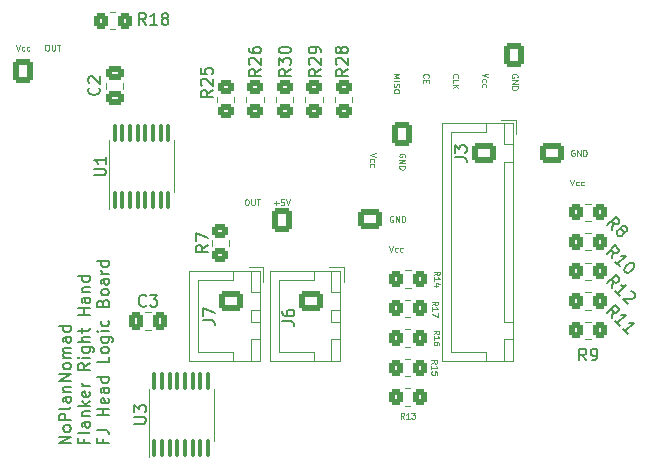
<source format=gto>
%TF.GenerationSoftware,KiCad,Pcbnew,7.0.6*%
%TF.CreationDate,2023-07-13T14:40:27+02:00*%
%TF.ProjectId,RH_HeadLogicBoard_FreeJoy,52485f48-6561-4644-9c6f-676963426f61,rev?*%
%TF.SameCoordinates,Original*%
%TF.FileFunction,Legend,Top*%
%TF.FilePolarity,Positive*%
%FSLAX46Y46*%
G04 Gerber Fmt 4.6, Leading zero omitted, Abs format (unit mm)*
G04 Created by KiCad (PCBNEW 7.0.6) date 2023-07-13 14:40:27*
%MOMM*%
%LPD*%
G01*
G04 APERTURE LIST*
G04 Aperture macros list*
%AMRoundRect*
0 Rectangle with rounded corners*
0 $1 Rounding radius*
0 $2 $3 $4 $5 $6 $7 $8 $9 X,Y pos of 4 corners*
0 Add a 4 corners polygon primitive as box body*
4,1,4,$2,$3,$4,$5,$6,$7,$8,$9,$2,$3,0*
0 Add four circle primitives for the rounded corners*
1,1,$1+$1,$2,$3*
1,1,$1+$1,$4,$5*
1,1,$1+$1,$6,$7*
1,1,$1+$1,$8,$9*
0 Add four rect primitives between the rounded corners*
20,1,$1+$1,$2,$3,$4,$5,0*
20,1,$1+$1,$4,$5,$6,$7,0*
20,1,$1+$1,$6,$7,$8,$9,0*
20,1,$1+$1,$8,$9,$2,$3,0*%
G04 Aperture macros list end*
%ADD10C,0.150000*%
%ADD11C,0.075000*%
%ADD12C,0.100000*%
%ADD13C,0.120000*%
%ADD14RoundRect,0.250000X-0.350000X-0.450000X0.350000X-0.450000X0.350000X0.450000X-0.350000X0.450000X0*%
%ADD15RoundRect,0.250000X-0.750000X0.600000X-0.750000X-0.600000X0.750000X-0.600000X0.750000X0.600000X0*%
%ADD16O,2.000000X1.700000*%
%ADD17RoundRect,0.250000X-0.337500X-0.475000X0.337500X-0.475000X0.337500X0.475000X-0.337500X0.475000X0*%
%ADD18RoundRect,0.250000X0.475000X-0.337500X0.475000X0.337500X-0.475000X0.337500X-0.475000X-0.337500X0*%
%ADD19RoundRect,0.250000X0.450000X-0.350000X0.450000X0.350000X-0.450000X0.350000X-0.450000X-0.350000X0*%
%ADD20C,2.200000*%
%ADD21RoundRect,0.250000X-0.450000X0.350000X-0.450000X-0.350000X0.450000X-0.350000X0.450000X0.350000X0*%
%ADD22RoundRect,0.100000X0.100000X-0.637500X0.100000X0.637500X-0.100000X0.637500X-0.100000X-0.637500X0*%
%ADD23RoundRect,0.250000X-0.725000X0.600000X-0.725000X-0.600000X0.725000X-0.600000X0.725000X0.600000X0*%
%ADD24O,1.950000X1.700000*%
%ADD25RoundRect,0.250000X0.600000X0.725000X-0.600000X0.725000X-0.600000X-0.725000X0.600000X-0.725000X0*%
%ADD26O,1.700000X1.950000*%
%ADD27RoundRect,0.250000X0.600000X0.750000X-0.600000X0.750000X-0.600000X-0.750000X0.600000X-0.750000X0*%
%ADD28O,1.700000X2.000000*%
%ADD29RoundRect,0.250000X-0.600000X-0.750000X0.600000X-0.750000X0.600000X0.750000X-0.600000X0.750000X0*%
G04 APERTURE END LIST*
D10*
X30349819Y-69163220D02*
X29349819Y-69163220D01*
X29349819Y-69163220D02*
X30349819Y-68591792D01*
X30349819Y-68591792D02*
X29349819Y-68591792D01*
X30349819Y-67972744D02*
X30302200Y-68067982D01*
X30302200Y-68067982D02*
X30254580Y-68115601D01*
X30254580Y-68115601D02*
X30159342Y-68163220D01*
X30159342Y-68163220D02*
X29873628Y-68163220D01*
X29873628Y-68163220D02*
X29778390Y-68115601D01*
X29778390Y-68115601D02*
X29730771Y-68067982D01*
X29730771Y-68067982D02*
X29683152Y-67972744D01*
X29683152Y-67972744D02*
X29683152Y-67829887D01*
X29683152Y-67829887D02*
X29730771Y-67734649D01*
X29730771Y-67734649D02*
X29778390Y-67687030D01*
X29778390Y-67687030D02*
X29873628Y-67639411D01*
X29873628Y-67639411D02*
X30159342Y-67639411D01*
X30159342Y-67639411D02*
X30254580Y-67687030D01*
X30254580Y-67687030D02*
X30302200Y-67734649D01*
X30302200Y-67734649D02*
X30349819Y-67829887D01*
X30349819Y-67829887D02*
X30349819Y-67972744D01*
X30349819Y-67210839D02*
X29349819Y-67210839D01*
X29349819Y-67210839D02*
X29349819Y-66829887D01*
X29349819Y-66829887D02*
X29397438Y-66734649D01*
X29397438Y-66734649D02*
X29445057Y-66687030D01*
X29445057Y-66687030D02*
X29540295Y-66639411D01*
X29540295Y-66639411D02*
X29683152Y-66639411D01*
X29683152Y-66639411D02*
X29778390Y-66687030D01*
X29778390Y-66687030D02*
X29826009Y-66734649D01*
X29826009Y-66734649D02*
X29873628Y-66829887D01*
X29873628Y-66829887D02*
X29873628Y-67210839D01*
X30349819Y-66067982D02*
X30302200Y-66163220D01*
X30302200Y-66163220D02*
X30206961Y-66210839D01*
X30206961Y-66210839D02*
X29349819Y-66210839D01*
X30349819Y-65258458D02*
X29826009Y-65258458D01*
X29826009Y-65258458D02*
X29730771Y-65306077D01*
X29730771Y-65306077D02*
X29683152Y-65401315D01*
X29683152Y-65401315D02*
X29683152Y-65591791D01*
X29683152Y-65591791D02*
X29730771Y-65687029D01*
X30302200Y-65258458D02*
X30349819Y-65353696D01*
X30349819Y-65353696D02*
X30349819Y-65591791D01*
X30349819Y-65591791D02*
X30302200Y-65687029D01*
X30302200Y-65687029D02*
X30206961Y-65734648D01*
X30206961Y-65734648D02*
X30111723Y-65734648D01*
X30111723Y-65734648D02*
X30016485Y-65687029D01*
X30016485Y-65687029D02*
X29968866Y-65591791D01*
X29968866Y-65591791D02*
X29968866Y-65353696D01*
X29968866Y-65353696D02*
X29921247Y-65258458D01*
X29683152Y-64782267D02*
X30349819Y-64782267D01*
X29778390Y-64782267D02*
X29730771Y-64734648D01*
X29730771Y-64734648D02*
X29683152Y-64639410D01*
X29683152Y-64639410D02*
X29683152Y-64496553D01*
X29683152Y-64496553D02*
X29730771Y-64401315D01*
X29730771Y-64401315D02*
X29826009Y-64353696D01*
X29826009Y-64353696D02*
X30349819Y-64353696D01*
X30349819Y-63877505D02*
X29349819Y-63877505D01*
X29349819Y-63877505D02*
X30349819Y-63306077D01*
X30349819Y-63306077D02*
X29349819Y-63306077D01*
X30349819Y-62687029D02*
X30302200Y-62782267D01*
X30302200Y-62782267D02*
X30254580Y-62829886D01*
X30254580Y-62829886D02*
X30159342Y-62877505D01*
X30159342Y-62877505D02*
X29873628Y-62877505D01*
X29873628Y-62877505D02*
X29778390Y-62829886D01*
X29778390Y-62829886D02*
X29730771Y-62782267D01*
X29730771Y-62782267D02*
X29683152Y-62687029D01*
X29683152Y-62687029D02*
X29683152Y-62544172D01*
X29683152Y-62544172D02*
X29730771Y-62448934D01*
X29730771Y-62448934D02*
X29778390Y-62401315D01*
X29778390Y-62401315D02*
X29873628Y-62353696D01*
X29873628Y-62353696D02*
X30159342Y-62353696D01*
X30159342Y-62353696D02*
X30254580Y-62401315D01*
X30254580Y-62401315D02*
X30302200Y-62448934D01*
X30302200Y-62448934D02*
X30349819Y-62544172D01*
X30349819Y-62544172D02*
X30349819Y-62687029D01*
X30349819Y-61925124D02*
X29683152Y-61925124D01*
X29778390Y-61925124D02*
X29730771Y-61877505D01*
X29730771Y-61877505D02*
X29683152Y-61782267D01*
X29683152Y-61782267D02*
X29683152Y-61639410D01*
X29683152Y-61639410D02*
X29730771Y-61544172D01*
X29730771Y-61544172D02*
X29826009Y-61496553D01*
X29826009Y-61496553D02*
X30349819Y-61496553D01*
X29826009Y-61496553D02*
X29730771Y-61448934D01*
X29730771Y-61448934D02*
X29683152Y-61353696D01*
X29683152Y-61353696D02*
X29683152Y-61210839D01*
X29683152Y-61210839D02*
X29730771Y-61115600D01*
X29730771Y-61115600D02*
X29826009Y-61067981D01*
X29826009Y-61067981D02*
X30349819Y-61067981D01*
X30349819Y-60163220D02*
X29826009Y-60163220D01*
X29826009Y-60163220D02*
X29730771Y-60210839D01*
X29730771Y-60210839D02*
X29683152Y-60306077D01*
X29683152Y-60306077D02*
X29683152Y-60496553D01*
X29683152Y-60496553D02*
X29730771Y-60591791D01*
X30302200Y-60163220D02*
X30349819Y-60258458D01*
X30349819Y-60258458D02*
X30349819Y-60496553D01*
X30349819Y-60496553D02*
X30302200Y-60591791D01*
X30302200Y-60591791D02*
X30206961Y-60639410D01*
X30206961Y-60639410D02*
X30111723Y-60639410D01*
X30111723Y-60639410D02*
X30016485Y-60591791D01*
X30016485Y-60591791D02*
X29968866Y-60496553D01*
X29968866Y-60496553D02*
X29968866Y-60258458D01*
X29968866Y-60258458D02*
X29921247Y-60163220D01*
X30349819Y-59258458D02*
X29349819Y-59258458D01*
X30302200Y-59258458D02*
X30349819Y-59353696D01*
X30349819Y-59353696D02*
X30349819Y-59544172D01*
X30349819Y-59544172D02*
X30302200Y-59639410D01*
X30302200Y-59639410D02*
X30254580Y-59687029D01*
X30254580Y-59687029D02*
X30159342Y-59734648D01*
X30159342Y-59734648D02*
X29873628Y-59734648D01*
X29873628Y-59734648D02*
X29778390Y-59687029D01*
X29778390Y-59687029D02*
X29730771Y-59639410D01*
X29730771Y-59639410D02*
X29683152Y-59544172D01*
X29683152Y-59544172D02*
X29683152Y-59353696D01*
X29683152Y-59353696D02*
X29730771Y-59258458D01*
X31436009Y-68829887D02*
X31436009Y-69163220D01*
X31959819Y-69163220D02*
X30959819Y-69163220D01*
X30959819Y-69163220D02*
X30959819Y-68687030D01*
X31959819Y-68163220D02*
X31912200Y-68258458D01*
X31912200Y-68258458D02*
X31816961Y-68306077D01*
X31816961Y-68306077D02*
X30959819Y-68306077D01*
X31959819Y-67353696D02*
X31436009Y-67353696D01*
X31436009Y-67353696D02*
X31340771Y-67401315D01*
X31340771Y-67401315D02*
X31293152Y-67496553D01*
X31293152Y-67496553D02*
X31293152Y-67687029D01*
X31293152Y-67687029D02*
X31340771Y-67782267D01*
X31912200Y-67353696D02*
X31959819Y-67448934D01*
X31959819Y-67448934D02*
X31959819Y-67687029D01*
X31959819Y-67687029D02*
X31912200Y-67782267D01*
X31912200Y-67782267D02*
X31816961Y-67829886D01*
X31816961Y-67829886D02*
X31721723Y-67829886D01*
X31721723Y-67829886D02*
X31626485Y-67782267D01*
X31626485Y-67782267D02*
X31578866Y-67687029D01*
X31578866Y-67687029D02*
X31578866Y-67448934D01*
X31578866Y-67448934D02*
X31531247Y-67353696D01*
X31293152Y-66877505D02*
X31959819Y-66877505D01*
X31388390Y-66877505D02*
X31340771Y-66829886D01*
X31340771Y-66829886D02*
X31293152Y-66734648D01*
X31293152Y-66734648D02*
X31293152Y-66591791D01*
X31293152Y-66591791D02*
X31340771Y-66496553D01*
X31340771Y-66496553D02*
X31436009Y-66448934D01*
X31436009Y-66448934D02*
X31959819Y-66448934D01*
X31959819Y-65972743D02*
X30959819Y-65972743D01*
X31578866Y-65877505D02*
X31959819Y-65591791D01*
X31293152Y-65591791D02*
X31674104Y-65972743D01*
X31912200Y-64782267D02*
X31959819Y-64877505D01*
X31959819Y-64877505D02*
X31959819Y-65067981D01*
X31959819Y-65067981D02*
X31912200Y-65163219D01*
X31912200Y-65163219D02*
X31816961Y-65210838D01*
X31816961Y-65210838D02*
X31436009Y-65210838D01*
X31436009Y-65210838D02*
X31340771Y-65163219D01*
X31340771Y-65163219D02*
X31293152Y-65067981D01*
X31293152Y-65067981D02*
X31293152Y-64877505D01*
X31293152Y-64877505D02*
X31340771Y-64782267D01*
X31340771Y-64782267D02*
X31436009Y-64734648D01*
X31436009Y-64734648D02*
X31531247Y-64734648D01*
X31531247Y-64734648D02*
X31626485Y-65210838D01*
X31959819Y-64306076D02*
X31293152Y-64306076D01*
X31483628Y-64306076D02*
X31388390Y-64258457D01*
X31388390Y-64258457D02*
X31340771Y-64210838D01*
X31340771Y-64210838D02*
X31293152Y-64115600D01*
X31293152Y-64115600D02*
X31293152Y-64020362D01*
X31959819Y-62353695D02*
X31483628Y-62687028D01*
X31959819Y-62925123D02*
X30959819Y-62925123D01*
X30959819Y-62925123D02*
X30959819Y-62544171D01*
X30959819Y-62544171D02*
X31007438Y-62448933D01*
X31007438Y-62448933D02*
X31055057Y-62401314D01*
X31055057Y-62401314D02*
X31150295Y-62353695D01*
X31150295Y-62353695D02*
X31293152Y-62353695D01*
X31293152Y-62353695D02*
X31388390Y-62401314D01*
X31388390Y-62401314D02*
X31436009Y-62448933D01*
X31436009Y-62448933D02*
X31483628Y-62544171D01*
X31483628Y-62544171D02*
X31483628Y-62925123D01*
X31959819Y-61925123D02*
X31293152Y-61925123D01*
X30959819Y-61925123D02*
X31007438Y-61972742D01*
X31007438Y-61972742D02*
X31055057Y-61925123D01*
X31055057Y-61925123D02*
X31007438Y-61877504D01*
X31007438Y-61877504D02*
X30959819Y-61925123D01*
X30959819Y-61925123D02*
X31055057Y-61925123D01*
X31293152Y-61020362D02*
X32102676Y-61020362D01*
X32102676Y-61020362D02*
X32197914Y-61067981D01*
X32197914Y-61067981D02*
X32245533Y-61115600D01*
X32245533Y-61115600D02*
X32293152Y-61210838D01*
X32293152Y-61210838D02*
X32293152Y-61353695D01*
X32293152Y-61353695D02*
X32245533Y-61448933D01*
X31912200Y-61020362D02*
X31959819Y-61115600D01*
X31959819Y-61115600D02*
X31959819Y-61306076D01*
X31959819Y-61306076D02*
X31912200Y-61401314D01*
X31912200Y-61401314D02*
X31864580Y-61448933D01*
X31864580Y-61448933D02*
X31769342Y-61496552D01*
X31769342Y-61496552D02*
X31483628Y-61496552D01*
X31483628Y-61496552D02*
X31388390Y-61448933D01*
X31388390Y-61448933D02*
X31340771Y-61401314D01*
X31340771Y-61401314D02*
X31293152Y-61306076D01*
X31293152Y-61306076D02*
X31293152Y-61115600D01*
X31293152Y-61115600D02*
X31340771Y-61020362D01*
X31959819Y-60544171D02*
X30959819Y-60544171D01*
X31959819Y-60115600D02*
X31436009Y-60115600D01*
X31436009Y-60115600D02*
X31340771Y-60163219D01*
X31340771Y-60163219D02*
X31293152Y-60258457D01*
X31293152Y-60258457D02*
X31293152Y-60401314D01*
X31293152Y-60401314D02*
X31340771Y-60496552D01*
X31340771Y-60496552D02*
X31388390Y-60544171D01*
X31293152Y-59782266D02*
X31293152Y-59401314D01*
X30959819Y-59639409D02*
X31816961Y-59639409D01*
X31816961Y-59639409D02*
X31912200Y-59591790D01*
X31912200Y-59591790D02*
X31959819Y-59496552D01*
X31959819Y-59496552D02*
X31959819Y-59401314D01*
X31959819Y-58306075D02*
X30959819Y-58306075D01*
X31436009Y-58306075D02*
X31436009Y-57734647D01*
X31959819Y-57734647D02*
X30959819Y-57734647D01*
X31959819Y-56829885D02*
X31436009Y-56829885D01*
X31436009Y-56829885D02*
X31340771Y-56877504D01*
X31340771Y-56877504D02*
X31293152Y-56972742D01*
X31293152Y-56972742D02*
X31293152Y-57163218D01*
X31293152Y-57163218D02*
X31340771Y-57258456D01*
X31912200Y-56829885D02*
X31959819Y-56925123D01*
X31959819Y-56925123D02*
X31959819Y-57163218D01*
X31959819Y-57163218D02*
X31912200Y-57258456D01*
X31912200Y-57258456D02*
X31816961Y-57306075D01*
X31816961Y-57306075D02*
X31721723Y-57306075D01*
X31721723Y-57306075D02*
X31626485Y-57258456D01*
X31626485Y-57258456D02*
X31578866Y-57163218D01*
X31578866Y-57163218D02*
X31578866Y-56925123D01*
X31578866Y-56925123D02*
X31531247Y-56829885D01*
X31293152Y-56353694D02*
X31959819Y-56353694D01*
X31388390Y-56353694D02*
X31340771Y-56306075D01*
X31340771Y-56306075D02*
X31293152Y-56210837D01*
X31293152Y-56210837D02*
X31293152Y-56067980D01*
X31293152Y-56067980D02*
X31340771Y-55972742D01*
X31340771Y-55972742D02*
X31436009Y-55925123D01*
X31436009Y-55925123D02*
X31959819Y-55925123D01*
X31959819Y-55020361D02*
X30959819Y-55020361D01*
X31912200Y-55020361D02*
X31959819Y-55115599D01*
X31959819Y-55115599D02*
X31959819Y-55306075D01*
X31959819Y-55306075D02*
X31912200Y-55401313D01*
X31912200Y-55401313D02*
X31864580Y-55448932D01*
X31864580Y-55448932D02*
X31769342Y-55496551D01*
X31769342Y-55496551D02*
X31483628Y-55496551D01*
X31483628Y-55496551D02*
X31388390Y-55448932D01*
X31388390Y-55448932D02*
X31340771Y-55401313D01*
X31340771Y-55401313D02*
X31293152Y-55306075D01*
X31293152Y-55306075D02*
X31293152Y-55115599D01*
X31293152Y-55115599D02*
X31340771Y-55020361D01*
X33046009Y-68829887D02*
X33046009Y-69163220D01*
X33569819Y-69163220D02*
X32569819Y-69163220D01*
X32569819Y-69163220D02*
X32569819Y-68687030D01*
X32569819Y-68020363D02*
X33284104Y-68020363D01*
X33284104Y-68020363D02*
X33426961Y-68067982D01*
X33426961Y-68067982D02*
X33522200Y-68163220D01*
X33522200Y-68163220D02*
X33569819Y-68306077D01*
X33569819Y-68306077D02*
X33569819Y-68401315D01*
X33569819Y-66782267D02*
X32569819Y-66782267D01*
X33046009Y-66782267D02*
X33046009Y-66210839D01*
X33569819Y-66210839D02*
X32569819Y-66210839D01*
X33522200Y-65353696D02*
X33569819Y-65448934D01*
X33569819Y-65448934D02*
X33569819Y-65639410D01*
X33569819Y-65639410D02*
X33522200Y-65734648D01*
X33522200Y-65734648D02*
X33426961Y-65782267D01*
X33426961Y-65782267D02*
X33046009Y-65782267D01*
X33046009Y-65782267D02*
X32950771Y-65734648D01*
X32950771Y-65734648D02*
X32903152Y-65639410D01*
X32903152Y-65639410D02*
X32903152Y-65448934D01*
X32903152Y-65448934D02*
X32950771Y-65353696D01*
X32950771Y-65353696D02*
X33046009Y-65306077D01*
X33046009Y-65306077D02*
X33141247Y-65306077D01*
X33141247Y-65306077D02*
X33236485Y-65782267D01*
X33569819Y-64448934D02*
X33046009Y-64448934D01*
X33046009Y-64448934D02*
X32950771Y-64496553D01*
X32950771Y-64496553D02*
X32903152Y-64591791D01*
X32903152Y-64591791D02*
X32903152Y-64782267D01*
X32903152Y-64782267D02*
X32950771Y-64877505D01*
X33522200Y-64448934D02*
X33569819Y-64544172D01*
X33569819Y-64544172D02*
X33569819Y-64782267D01*
X33569819Y-64782267D02*
X33522200Y-64877505D01*
X33522200Y-64877505D02*
X33426961Y-64925124D01*
X33426961Y-64925124D02*
X33331723Y-64925124D01*
X33331723Y-64925124D02*
X33236485Y-64877505D01*
X33236485Y-64877505D02*
X33188866Y-64782267D01*
X33188866Y-64782267D02*
X33188866Y-64544172D01*
X33188866Y-64544172D02*
X33141247Y-64448934D01*
X33569819Y-63544172D02*
X32569819Y-63544172D01*
X33522200Y-63544172D02*
X33569819Y-63639410D01*
X33569819Y-63639410D02*
X33569819Y-63829886D01*
X33569819Y-63829886D02*
X33522200Y-63925124D01*
X33522200Y-63925124D02*
X33474580Y-63972743D01*
X33474580Y-63972743D02*
X33379342Y-64020362D01*
X33379342Y-64020362D02*
X33093628Y-64020362D01*
X33093628Y-64020362D02*
X32998390Y-63972743D01*
X32998390Y-63972743D02*
X32950771Y-63925124D01*
X32950771Y-63925124D02*
X32903152Y-63829886D01*
X32903152Y-63829886D02*
X32903152Y-63639410D01*
X32903152Y-63639410D02*
X32950771Y-63544172D01*
X33569819Y-61829886D02*
X33569819Y-62306076D01*
X33569819Y-62306076D02*
X32569819Y-62306076D01*
X33569819Y-61353695D02*
X33522200Y-61448933D01*
X33522200Y-61448933D02*
X33474580Y-61496552D01*
X33474580Y-61496552D02*
X33379342Y-61544171D01*
X33379342Y-61544171D02*
X33093628Y-61544171D01*
X33093628Y-61544171D02*
X32998390Y-61496552D01*
X32998390Y-61496552D02*
X32950771Y-61448933D01*
X32950771Y-61448933D02*
X32903152Y-61353695D01*
X32903152Y-61353695D02*
X32903152Y-61210838D01*
X32903152Y-61210838D02*
X32950771Y-61115600D01*
X32950771Y-61115600D02*
X32998390Y-61067981D01*
X32998390Y-61067981D02*
X33093628Y-61020362D01*
X33093628Y-61020362D02*
X33379342Y-61020362D01*
X33379342Y-61020362D02*
X33474580Y-61067981D01*
X33474580Y-61067981D02*
X33522200Y-61115600D01*
X33522200Y-61115600D02*
X33569819Y-61210838D01*
X33569819Y-61210838D02*
X33569819Y-61353695D01*
X32903152Y-60163219D02*
X33712676Y-60163219D01*
X33712676Y-60163219D02*
X33807914Y-60210838D01*
X33807914Y-60210838D02*
X33855533Y-60258457D01*
X33855533Y-60258457D02*
X33903152Y-60353695D01*
X33903152Y-60353695D02*
X33903152Y-60496552D01*
X33903152Y-60496552D02*
X33855533Y-60591790D01*
X33522200Y-60163219D02*
X33569819Y-60258457D01*
X33569819Y-60258457D02*
X33569819Y-60448933D01*
X33569819Y-60448933D02*
X33522200Y-60544171D01*
X33522200Y-60544171D02*
X33474580Y-60591790D01*
X33474580Y-60591790D02*
X33379342Y-60639409D01*
X33379342Y-60639409D02*
X33093628Y-60639409D01*
X33093628Y-60639409D02*
X32998390Y-60591790D01*
X32998390Y-60591790D02*
X32950771Y-60544171D01*
X32950771Y-60544171D02*
X32903152Y-60448933D01*
X32903152Y-60448933D02*
X32903152Y-60258457D01*
X32903152Y-60258457D02*
X32950771Y-60163219D01*
X33569819Y-59687028D02*
X32903152Y-59687028D01*
X32569819Y-59687028D02*
X32617438Y-59734647D01*
X32617438Y-59734647D02*
X32665057Y-59687028D01*
X32665057Y-59687028D02*
X32617438Y-59639409D01*
X32617438Y-59639409D02*
X32569819Y-59687028D01*
X32569819Y-59687028D02*
X32665057Y-59687028D01*
X33522200Y-58782267D02*
X33569819Y-58877505D01*
X33569819Y-58877505D02*
X33569819Y-59067981D01*
X33569819Y-59067981D02*
X33522200Y-59163219D01*
X33522200Y-59163219D02*
X33474580Y-59210838D01*
X33474580Y-59210838D02*
X33379342Y-59258457D01*
X33379342Y-59258457D02*
X33093628Y-59258457D01*
X33093628Y-59258457D02*
X32998390Y-59210838D01*
X32998390Y-59210838D02*
X32950771Y-59163219D01*
X32950771Y-59163219D02*
X32903152Y-59067981D01*
X32903152Y-59067981D02*
X32903152Y-58877505D01*
X32903152Y-58877505D02*
X32950771Y-58782267D01*
X33046009Y-57258457D02*
X33093628Y-57115600D01*
X33093628Y-57115600D02*
X33141247Y-57067981D01*
X33141247Y-57067981D02*
X33236485Y-57020362D01*
X33236485Y-57020362D02*
X33379342Y-57020362D01*
X33379342Y-57020362D02*
X33474580Y-57067981D01*
X33474580Y-57067981D02*
X33522200Y-57115600D01*
X33522200Y-57115600D02*
X33569819Y-57210838D01*
X33569819Y-57210838D02*
X33569819Y-57591790D01*
X33569819Y-57591790D02*
X32569819Y-57591790D01*
X32569819Y-57591790D02*
X32569819Y-57258457D01*
X32569819Y-57258457D02*
X32617438Y-57163219D01*
X32617438Y-57163219D02*
X32665057Y-57115600D01*
X32665057Y-57115600D02*
X32760295Y-57067981D01*
X32760295Y-57067981D02*
X32855533Y-57067981D01*
X32855533Y-57067981D02*
X32950771Y-57115600D01*
X32950771Y-57115600D02*
X32998390Y-57163219D01*
X32998390Y-57163219D02*
X33046009Y-57258457D01*
X33046009Y-57258457D02*
X33046009Y-57591790D01*
X33569819Y-56448933D02*
X33522200Y-56544171D01*
X33522200Y-56544171D02*
X33474580Y-56591790D01*
X33474580Y-56591790D02*
X33379342Y-56639409D01*
X33379342Y-56639409D02*
X33093628Y-56639409D01*
X33093628Y-56639409D02*
X32998390Y-56591790D01*
X32998390Y-56591790D02*
X32950771Y-56544171D01*
X32950771Y-56544171D02*
X32903152Y-56448933D01*
X32903152Y-56448933D02*
X32903152Y-56306076D01*
X32903152Y-56306076D02*
X32950771Y-56210838D01*
X32950771Y-56210838D02*
X32998390Y-56163219D01*
X32998390Y-56163219D02*
X33093628Y-56115600D01*
X33093628Y-56115600D02*
X33379342Y-56115600D01*
X33379342Y-56115600D02*
X33474580Y-56163219D01*
X33474580Y-56163219D02*
X33522200Y-56210838D01*
X33522200Y-56210838D02*
X33569819Y-56306076D01*
X33569819Y-56306076D02*
X33569819Y-56448933D01*
X33569819Y-55258457D02*
X33046009Y-55258457D01*
X33046009Y-55258457D02*
X32950771Y-55306076D01*
X32950771Y-55306076D02*
X32903152Y-55401314D01*
X32903152Y-55401314D02*
X32903152Y-55591790D01*
X32903152Y-55591790D02*
X32950771Y-55687028D01*
X33522200Y-55258457D02*
X33569819Y-55353695D01*
X33569819Y-55353695D02*
X33569819Y-55591790D01*
X33569819Y-55591790D02*
X33522200Y-55687028D01*
X33522200Y-55687028D02*
X33426961Y-55734647D01*
X33426961Y-55734647D02*
X33331723Y-55734647D01*
X33331723Y-55734647D02*
X33236485Y-55687028D01*
X33236485Y-55687028D02*
X33188866Y-55591790D01*
X33188866Y-55591790D02*
X33188866Y-55353695D01*
X33188866Y-55353695D02*
X33141247Y-55258457D01*
X33569819Y-54782266D02*
X32903152Y-54782266D01*
X33093628Y-54782266D02*
X32998390Y-54734647D01*
X32998390Y-54734647D02*
X32950771Y-54687028D01*
X32950771Y-54687028D02*
X32903152Y-54591790D01*
X32903152Y-54591790D02*
X32903152Y-54496552D01*
X33569819Y-53734647D02*
X32569819Y-53734647D01*
X33522200Y-53734647D02*
X33569819Y-53829885D01*
X33569819Y-53829885D02*
X33569819Y-54020361D01*
X33569819Y-54020361D02*
X33522200Y-54115599D01*
X33522200Y-54115599D02*
X33474580Y-54163218D01*
X33474580Y-54163218D02*
X33379342Y-54210837D01*
X33379342Y-54210837D02*
X33093628Y-54210837D01*
X33093628Y-54210837D02*
X32998390Y-54163218D01*
X32998390Y-54163218D02*
X32950771Y-54115599D01*
X32950771Y-54115599D02*
X32903152Y-54020361D01*
X32903152Y-54020361D02*
X32903152Y-53829885D01*
X32903152Y-53829885D02*
X32950771Y-53734647D01*
D11*
X58548571Y-67077409D02*
X58381905Y-66839314D01*
X58262857Y-67077409D02*
X58262857Y-66577409D01*
X58262857Y-66577409D02*
X58453333Y-66577409D01*
X58453333Y-66577409D02*
X58500952Y-66601219D01*
X58500952Y-66601219D02*
X58524762Y-66625028D01*
X58524762Y-66625028D02*
X58548571Y-66672647D01*
X58548571Y-66672647D02*
X58548571Y-66744076D01*
X58548571Y-66744076D02*
X58524762Y-66791695D01*
X58524762Y-66791695D02*
X58500952Y-66815504D01*
X58500952Y-66815504D02*
X58453333Y-66839314D01*
X58453333Y-66839314D02*
X58262857Y-66839314D01*
X59024762Y-67077409D02*
X58739048Y-67077409D01*
X58881905Y-67077409D02*
X58881905Y-66577409D01*
X58881905Y-66577409D02*
X58834286Y-66648838D01*
X58834286Y-66648838D02*
X58786667Y-66696457D01*
X58786667Y-66696457D02*
X58739048Y-66720266D01*
X59191428Y-66577409D02*
X59500952Y-66577409D01*
X59500952Y-66577409D02*
X59334285Y-66767885D01*
X59334285Y-66767885D02*
X59405714Y-66767885D01*
X59405714Y-66767885D02*
X59453333Y-66791695D01*
X59453333Y-66791695D02*
X59477142Y-66815504D01*
X59477142Y-66815504D02*
X59500952Y-66863123D01*
X59500952Y-66863123D02*
X59500952Y-66982171D01*
X59500952Y-66982171D02*
X59477142Y-67029790D01*
X59477142Y-67029790D02*
X59453333Y-67053600D01*
X59453333Y-67053600D02*
X59405714Y-67077409D01*
X59405714Y-67077409D02*
X59262857Y-67077409D01*
X59262857Y-67077409D02*
X59215238Y-67053600D01*
X59215238Y-67053600D02*
X59191428Y-67029790D01*
X60882590Y-62408571D02*
X61120685Y-62241905D01*
X60882590Y-62122857D02*
X61382590Y-62122857D01*
X61382590Y-62122857D02*
X61382590Y-62313333D01*
X61382590Y-62313333D02*
X61358780Y-62360952D01*
X61358780Y-62360952D02*
X61334971Y-62384762D01*
X61334971Y-62384762D02*
X61287352Y-62408571D01*
X61287352Y-62408571D02*
X61215923Y-62408571D01*
X61215923Y-62408571D02*
X61168304Y-62384762D01*
X61168304Y-62384762D02*
X61144495Y-62360952D01*
X61144495Y-62360952D02*
X61120685Y-62313333D01*
X61120685Y-62313333D02*
X61120685Y-62122857D01*
X60882590Y-62884762D02*
X60882590Y-62599048D01*
X60882590Y-62741905D02*
X61382590Y-62741905D01*
X61382590Y-62741905D02*
X61311161Y-62694286D01*
X61311161Y-62694286D02*
X61263542Y-62646667D01*
X61263542Y-62646667D02*
X61239733Y-62599048D01*
X61382590Y-63337142D02*
X61382590Y-63099047D01*
X61382590Y-63099047D02*
X61144495Y-63075238D01*
X61144495Y-63075238D02*
X61168304Y-63099047D01*
X61168304Y-63099047D02*
X61192114Y-63146666D01*
X61192114Y-63146666D02*
X61192114Y-63265714D01*
X61192114Y-63265714D02*
X61168304Y-63313333D01*
X61168304Y-63313333D02*
X61144495Y-63337142D01*
X61144495Y-63337142D02*
X61096876Y-63360952D01*
X61096876Y-63360952D02*
X60977828Y-63360952D01*
X60977828Y-63360952D02*
X60930209Y-63337142D01*
X60930209Y-63337142D02*
X60906400Y-63313333D01*
X60906400Y-63313333D02*
X60882590Y-63265714D01*
X60882590Y-63265714D02*
X60882590Y-63146666D01*
X60882590Y-63146666D02*
X60906400Y-63099047D01*
X60906400Y-63099047D02*
X60930209Y-63075238D01*
D10*
X41554819Y-58733333D02*
X42269104Y-58733333D01*
X42269104Y-58733333D02*
X42411961Y-58780952D01*
X42411961Y-58780952D02*
X42507200Y-58876190D01*
X42507200Y-58876190D02*
X42554819Y-59019047D01*
X42554819Y-59019047D02*
X42554819Y-59114285D01*
X41554819Y-58352380D02*
X41554819Y-57685714D01*
X41554819Y-57685714D02*
X42554819Y-58114285D01*
X36733333Y-57479580D02*
X36685714Y-57527200D01*
X36685714Y-57527200D02*
X36542857Y-57574819D01*
X36542857Y-57574819D02*
X36447619Y-57574819D01*
X36447619Y-57574819D02*
X36304762Y-57527200D01*
X36304762Y-57527200D02*
X36209524Y-57431961D01*
X36209524Y-57431961D02*
X36161905Y-57336723D01*
X36161905Y-57336723D02*
X36114286Y-57146247D01*
X36114286Y-57146247D02*
X36114286Y-57003390D01*
X36114286Y-57003390D02*
X36161905Y-56812914D01*
X36161905Y-56812914D02*
X36209524Y-56717676D01*
X36209524Y-56717676D02*
X36304762Y-56622438D01*
X36304762Y-56622438D02*
X36447619Y-56574819D01*
X36447619Y-56574819D02*
X36542857Y-56574819D01*
X36542857Y-56574819D02*
X36685714Y-56622438D01*
X36685714Y-56622438D02*
X36733333Y-56670057D01*
X37066667Y-56574819D02*
X37685714Y-56574819D01*
X37685714Y-56574819D02*
X37352381Y-56955771D01*
X37352381Y-56955771D02*
X37495238Y-56955771D01*
X37495238Y-56955771D02*
X37590476Y-57003390D01*
X37590476Y-57003390D02*
X37638095Y-57051009D01*
X37638095Y-57051009D02*
X37685714Y-57146247D01*
X37685714Y-57146247D02*
X37685714Y-57384342D01*
X37685714Y-57384342D02*
X37638095Y-57479580D01*
X37638095Y-57479580D02*
X37590476Y-57527200D01*
X37590476Y-57527200D02*
X37495238Y-57574819D01*
X37495238Y-57574819D02*
X37209524Y-57574819D01*
X37209524Y-57574819D02*
X37114286Y-57527200D01*
X37114286Y-57527200D02*
X37066667Y-57479580D01*
X32729580Y-39041666D02*
X32777200Y-39089285D01*
X32777200Y-39089285D02*
X32824819Y-39232142D01*
X32824819Y-39232142D02*
X32824819Y-39327380D01*
X32824819Y-39327380D02*
X32777200Y-39470237D01*
X32777200Y-39470237D02*
X32681961Y-39565475D01*
X32681961Y-39565475D02*
X32586723Y-39613094D01*
X32586723Y-39613094D02*
X32396247Y-39660713D01*
X32396247Y-39660713D02*
X32253390Y-39660713D01*
X32253390Y-39660713D02*
X32062914Y-39613094D01*
X32062914Y-39613094D02*
X31967676Y-39565475D01*
X31967676Y-39565475D02*
X31872438Y-39470237D01*
X31872438Y-39470237D02*
X31824819Y-39327380D01*
X31824819Y-39327380D02*
X31824819Y-39232142D01*
X31824819Y-39232142D02*
X31872438Y-39089285D01*
X31872438Y-39089285D02*
X31920057Y-39041666D01*
X31920057Y-38660713D02*
X31872438Y-38613094D01*
X31872438Y-38613094D02*
X31824819Y-38517856D01*
X31824819Y-38517856D02*
X31824819Y-38279761D01*
X31824819Y-38279761D02*
X31872438Y-38184523D01*
X31872438Y-38184523D02*
X31920057Y-38136904D01*
X31920057Y-38136904D02*
X32015295Y-38089285D01*
X32015295Y-38089285D02*
X32110533Y-38089285D01*
X32110533Y-38089285D02*
X32253390Y-38136904D01*
X32253390Y-38136904D02*
X32824819Y-38708332D01*
X32824819Y-38708332D02*
X32824819Y-38089285D01*
X76180543Y-51063754D02*
X76281558Y-50491335D01*
X75776482Y-50659693D02*
X76483589Y-49952587D01*
X76483589Y-49952587D02*
X76752963Y-50221961D01*
X76752963Y-50221961D02*
X76786635Y-50322976D01*
X76786635Y-50322976D02*
X76786635Y-50390319D01*
X76786635Y-50390319D02*
X76752963Y-50491335D01*
X76752963Y-50491335D02*
X76651948Y-50592350D01*
X76651948Y-50592350D02*
X76550932Y-50626022D01*
X76550932Y-50626022D02*
X76483589Y-50626022D01*
X76483589Y-50626022D02*
X76382574Y-50592350D01*
X76382574Y-50592350D02*
X76113200Y-50322976D01*
X76988665Y-51063754D02*
X76954993Y-50962739D01*
X76954993Y-50962739D02*
X76954993Y-50895396D01*
X76954993Y-50895396D02*
X76988665Y-50794380D01*
X76988665Y-50794380D02*
X77022337Y-50760709D01*
X77022337Y-50760709D02*
X77123352Y-50727037D01*
X77123352Y-50727037D02*
X77190696Y-50727037D01*
X77190696Y-50727037D02*
X77291711Y-50760709D01*
X77291711Y-50760709D02*
X77426398Y-50895396D01*
X77426398Y-50895396D02*
X77460070Y-50996411D01*
X77460070Y-50996411D02*
X77460070Y-51063754D01*
X77460070Y-51063754D02*
X77426398Y-51164770D01*
X77426398Y-51164770D02*
X77392726Y-51198441D01*
X77392726Y-51198441D02*
X77291711Y-51232113D01*
X77291711Y-51232113D02*
X77224367Y-51232113D01*
X77224367Y-51232113D02*
X77123352Y-51198441D01*
X77123352Y-51198441D02*
X76988665Y-51063754D01*
X76988665Y-51063754D02*
X76887650Y-51030083D01*
X76887650Y-51030083D02*
X76820306Y-51030083D01*
X76820306Y-51030083D02*
X76719291Y-51063754D01*
X76719291Y-51063754D02*
X76584604Y-51198441D01*
X76584604Y-51198441D02*
X76550932Y-51299457D01*
X76550932Y-51299457D02*
X76550932Y-51366800D01*
X76550932Y-51366800D02*
X76584604Y-51467815D01*
X76584604Y-51467815D02*
X76719291Y-51602502D01*
X76719291Y-51602502D02*
X76820306Y-51636174D01*
X76820306Y-51636174D02*
X76887650Y-51636174D01*
X76887650Y-51636174D02*
X76988665Y-51602502D01*
X76988665Y-51602502D02*
X77123352Y-51467815D01*
X77123352Y-51467815D02*
X77157024Y-51366800D01*
X77157024Y-51366800D02*
X77157024Y-51299457D01*
X77157024Y-51299457D02*
X77123352Y-51198441D01*
D11*
X61062590Y-59908571D02*
X61300685Y-59741905D01*
X61062590Y-59622857D02*
X61562590Y-59622857D01*
X61562590Y-59622857D02*
X61562590Y-59813333D01*
X61562590Y-59813333D02*
X61538780Y-59860952D01*
X61538780Y-59860952D02*
X61514971Y-59884762D01*
X61514971Y-59884762D02*
X61467352Y-59908571D01*
X61467352Y-59908571D02*
X61395923Y-59908571D01*
X61395923Y-59908571D02*
X61348304Y-59884762D01*
X61348304Y-59884762D02*
X61324495Y-59860952D01*
X61324495Y-59860952D02*
X61300685Y-59813333D01*
X61300685Y-59813333D02*
X61300685Y-59622857D01*
X61062590Y-60384762D02*
X61062590Y-60099048D01*
X61062590Y-60241905D02*
X61562590Y-60241905D01*
X61562590Y-60241905D02*
X61491161Y-60194286D01*
X61491161Y-60194286D02*
X61443542Y-60146667D01*
X61443542Y-60146667D02*
X61419733Y-60099048D01*
X61562590Y-60813333D02*
X61562590Y-60718095D01*
X61562590Y-60718095D02*
X61538780Y-60670476D01*
X61538780Y-60670476D02*
X61514971Y-60646666D01*
X61514971Y-60646666D02*
X61443542Y-60599047D01*
X61443542Y-60599047D02*
X61348304Y-60575238D01*
X61348304Y-60575238D02*
X61157828Y-60575238D01*
X61157828Y-60575238D02*
X61110209Y-60599047D01*
X61110209Y-60599047D02*
X61086400Y-60622857D01*
X61086400Y-60622857D02*
X61062590Y-60670476D01*
X61062590Y-60670476D02*
X61062590Y-60765714D01*
X61062590Y-60765714D02*
X61086400Y-60813333D01*
X61086400Y-60813333D02*
X61110209Y-60837142D01*
X61110209Y-60837142D02*
X61157828Y-60860952D01*
X61157828Y-60860952D02*
X61276876Y-60860952D01*
X61276876Y-60860952D02*
X61324495Y-60837142D01*
X61324495Y-60837142D02*
X61348304Y-60813333D01*
X61348304Y-60813333D02*
X61372114Y-60765714D01*
X61372114Y-60765714D02*
X61372114Y-60670476D01*
X61372114Y-60670476D02*
X61348304Y-60622857D01*
X61348304Y-60622857D02*
X61324495Y-60599047D01*
X61324495Y-60599047D02*
X61276876Y-60575238D01*
D10*
X46428819Y-37472857D02*
X45952628Y-37806190D01*
X46428819Y-38044285D02*
X45428819Y-38044285D01*
X45428819Y-38044285D02*
X45428819Y-37663333D01*
X45428819Y-37663333D02*
X45476438Y-37568095D01*
X45476438Y-37568095D02*
X45524057Y-37520476D01*
X45524057Y-37520476D02*
X45619295Y-37472857D01*
X45619295Y-37472857D02*
X45762152Y-37472857D01*
X45762152Y-37472857D02*
X45857390Y-37520476D01*
X45857390Y-37520476D02*
X45905009Y-37568095D01*
X45905009Y-37568095D02*
X45952628Y-37663333D01*
X45952628Y-37663333D02*
X45952628Y-38044285D01*
X45524057Y-37091904D02*
X45476438Y-37044285D01*
X45476438Y-37044285D02*
X45428819Y-36949047D01*
X45428819Y-36949047D02*
X45428819Y-36710952D01*
X45428819Y-36710952D02*
X45476438Y-36615714D01*
X45476438Y-36615714D02*
X45524057Y-36568095D01*
X45524057Y-36568095D02*
X45619295Y-36520476D01*
X45619295Y-36520476D02*
X45714533Y-36520476D01*
X45714533Y-36520476D02*
X45857390Y-36568095D01*
X45857390Y-36568095D02*
X46428819Y-37139523D01*
X46428819Y-37139523D02*
X46428819Y-36520476D01*
X45428819Y-35663333D02*
X45428819Y-35853809D01*
X45428819Y-35853809D02*
X45476438Y-35949047D01*
X45476438Y-35949047D02*
X45524057Y-35996666D01*
X45524057Y-35996666D02*
X45666914Y-36091904D01*
X45666914Y-36091904D02*
X45857390Y-36139523D01*
X45857390Y-36139523D02*
X46238342Y-36139523D01*
X46238342Y-36139523D02*
X46333580Y-36091904D01*
X46333580Y-36091904D02*
X46381200Y-36044285D01*
X46381200Y-36044285D02*
X46428819Y-35949047D01*
X46428819Y-35949047D02*
X46428819Y-35758571D01*
X46428819Y-35758571D02*
X46381200Y-35663333D01*
X46381200Y-35663333D02*
X46333580Y-35615714D01*
X46333580Y-35615714D02*
X46238342Y-35568095D01*
X46238342Y-35568095D02*
X46000247Y-35568095D01*
X46000247Y-35568095D02*
X45905009Y-35615714D01*
X45905009Y-35615714D02*
X45857390Y-35663333D01*
X45857390Y-35663333D02*
X45809771Y-35758571D01*
X45809771Y-35758571D02*
X45809771Y-35949047D01*
X45809771Y-35949047D02*
X45857390Y-36044285D01*
X45857390Y-36044285D02*
X45905009Y-36091904D01*
X45905009Y-36091904D02*
X46000247Y-36139523D01*
X76143825Y-58527036D02*
X76244840Y-57954617D01*
X75739764Y-58122975D02*
X76446871Y-57415869D01*
X76446871Y-57415869D02*
X76716245Y-57685243D01*
X76716245Y-57685243D02*
X76749917Y-57786258D01*
X76749917Y-57786258D02*
X76749917Y-57853601D01*
X76749917Y-57853601D02*
X76716245Y-57954617D01*
X76716245Y-57954617D02*
X76615230Y-58055632D01*
X76615230Y-58055632D02*
X76514214Y-58089304D01*
X76514214Y-58089304D02*
X76446871Y-58089304D01*
X76446871Y-58089304D02*
X76345856Y-58055632D01*
X76345856Y-58055632D02*
X76076482Y-57786258D01*
X76817260Y-59200471D02*
X76413199Y-58796410D01*
X76615230Y-58998441D02*
X77322336Y-58291334D01*
X77322336Y-58291334D02*
X77153978Y-58325006D01*
X77153978Y-58325006D02*
X77019291Y-58325006D01*
X77019291Y-58325006D02*
X76918275Y-58291334D01*
X77490695Y-59873907D02*
X77086634Y-59469846D01*
X77288665Y-59671876D02*
X77995772Y-58964769D01*
X77995772Y-58964769D02*
X77827413Y-58998441D01*
X77827413Y-58998441D02*
X77692726Y-58998441D01*
X77692726Y-58998441D02*
X77591711Y-58964769D01*
X76163825Y-55997036D02*
X76264840Y-55424617D01*
X75759764Y-55592975D02*
X76466871Y-54885869D01*
X76466871Y-54885869D02*
X76736245Y-55155243D01*
X76736245Y-55155243D02*
X76769917Y-55256258D01*
X76769917Y-55256258D02*
X76769917Y-55323601D01*
X76769917Y-55323601D02*
X76736245Y-55424617D01*
X76736245Y-55424617D02*
X76635230Y-55525632D01*
X76635230Y-55525632D02*
X76534214Y-55559304D01*
X76534214Y-55559304D02*
X76466871Y-55559304D01*
X76466871Y-55559304D02*
X76365856Y-55525632D01*
X76365856Y-55525632D02*
X76096482Y-55256258D01*
X76837260Y-56670471D02*
X76433199Y-56266410D01*
X76635230Y-56468441D02*
X77342336Y-55761334D01*
X77342336Y-55761334D02*
X77173978Y-55795006D01*
X77173978Y-55795006D02*
X77039291Y-55795006D01*
X77039291Y-55795006D02*
X76938275Y-55761334D01*
X77746398Y-56300082D02*
X77813741Y-56300082D01*
X77813741Y-56300082D02*
X77914756Y-56333754D01*
X77914756Y-56333754D02*
X78083115Y-56502113D01*
X78083115Y-56502113D02*
X78116787Y-56603128D01*
X78116787Y-56603128D02*
X78116787Y-56670472D01*
X78116787Y-56670472D02*
X78083115Y-56771487D01*
X78083115Y-56771487D02*
X78015772Y-56838830D01*
X78015772Y-56838830D02*
X77881085Y-56906174D01*
X77881085Y-56906174D02*
X77072963Y-56906174D01*
X77072963Y-56906174D02*
X77510695Y-57343907D01*
X76143825Y-53507036D02*
X76244840Y-52934617D01*
X75739764Y-53102975D02*
X76446871Y-52395869D01*
X76446871Y-52395869D02*
X76716245Y-52665243D01*
X76716245Y-52665243D02*
X76749917Y-52766258D01*
X76749917Y-52766258D02*
X76749917Y-52833601D01*
X76749917Y-52833601D02*
X76716245Y-52934617D01*
X76716245Y-52934617D02*
X76615230Y-53035632D01*
X76615230Y-53035632D02*
X76514214Y-53069304D01*
X76514214Y-53069304D02*
X76446871Y-53069304D01*
X76446871Y-53069304D02*
X76345856Y-53035632D01*
X76345856Y-53035632D02*
X76076482Y-52766258D01*
X76817260Y-54180471D02*
X76413199Y-53776410D01*
X76615230Y-53978441D02*
X77322336Y-53271334D01*
X77322336Y-53271334D02*
X77153978Y-53305006D01*
X77153978Y-53305006D02*
X77019291Y-53305006D01*
X77019291Y-53305006D02*
X76918275Y-53271334D01*
X77962100Y-53911098D02*
X78029443Y-53978441D01*
X78029443Y-53978441D02*
X78063115Y-54079456D01*
X78063115Y-54079456D02*
X78063115Y-54146800D01*
X78063115Y-54146800D02*
X78029443Y-54247815D01*
X78029443Y-54247815D02*
X77928428Y-54416174D01*
X77928428Y-54416174D02*
X77760069Y-54584533D01*
X77760069Y-54584533D02*
X77591711Y-54685548D01*
X77591711Y-54685548D02*
X77490695Y-54719220D01*
X77490695Y-54719220D02*
X77423352Y-54719220D01*
X77423352Y-54719220D02*
X77322337Y-54685548D01*
X77322337Y-54685548D02*
X77254993Y-54618204D01*
X77254993Y-54618204D02*
X77221321Y-54517189D01*
X77221321Y-54517189D02*
X77221321Y-54449846D01*
X77221321Y-54449846D02*
X77254993Y-54348830D01*
X77254993Y-54348830D02*
X77356008Y-54180472D01*
X77356008Y-54180472D02*
X77524367Y-54012113D01*
X77524367Y-54012113D02*
X77692726Y-53911098D01*
X77692726Y-53911098D02*
X77793741Y-53877426D01*
X77793741Y-53877426D02*
X77861085Y-53877426D01*
X77861085Y-53877426D02*
X77962100Y-53911098D01*
D11*
X60932590Y-57448571D02*
X61170685Y-57281905D01*
X60932590Y-57162857D02*
X61432590Y-57162857D01*
X61432590Y-57162857D02*
X61432590Y-57353333D01*
X61432590Y-57353333D02*
X61408780Y-57400952D01*
X61408780Y-57400952D02*
X61384971Y-57424762D01*
X61384971Y-57424762D02*
X61337352Y-57448571D01*
X61337352Y-57448571D02*
X61265923Y-57448571D01*
X61265923Y-57448571D02*
X61218304Y-57424762D01*
X61218304Y-57424762D02*
X61194495Y-57400952D01*
X61194495Y-57400952D02*
X61170685Y-57353333D01*
X61170685Y-57353333D02*
X61170685Y-57162857D01*
X60932590Y-57924762D02*
X60932590Y-57639048D01*
X60932590Y-57781905D02*
X61432590Y-57781905D01*
X61432590Y-57781905D02*
X61361161Y-57734286D01*
X61361161Y-57734286D02*
X61313542Y-57686667D01*
X61313542Y-57686667D02*
X61289733Y-57639048D01*
X61432590Y-58091428D02*
X61432590Y-58424761D01*
X61432590Y-58424761D02*
X60932590Y-58210476D01*
D10*
X48254819Y-58833333D02*
X48969104Y-58833333D01*
X48969104Y-58833333D02*
X49111961Y-58880952D01*
X49111961Y-58880952D02*
X49207200Y-58976190D01*
X49207200Y-58976190D02*
X49254819Y-59119047D01*
X49254819Y-59119047D02*
X49254819Y-59214285D01*
X48254819Y-57928571D02*
X48254819Y-58119047D01*
X48254819Y-58119047D02*
X48302438Y-58214285D01*
X48302438Y-58214285D02*
X48350057Y-58261904D01*
X48350057Y-58261904D02*
X48492914Y-58357142D01*
X48492914Y-58357142D02*
X48683390Y-58404761D01*
X48683390Y-58404761D02*
X49064342Y-58404761D01*
X49064342Y-58404761D02*
X49159580Y-58357142D01*
X49159580Y-58357142D02*
X49207200Y-58309523D01*
X49207200Y-58309523D02*
X49254819Y-58214285D01*
X49254819Y-58214285D02*
X49254819Y-58023809D01*
X49254819Y-58023809D02*
X49207200Y-57928571D01*
X49207200Y-57928571D02*
X49159580Y-57880952D01*
X49159580Y-57880952D02*
X49064342Y-57833333D01*
X49064342Y-57833333D02*
X48826247Y-57833333D01*
X48826247Y-57833333D02*
X48731009Y-57880952D01*
X48731009Y-57880952D02*
X48683390Y-57928571D01*
X48683390Y-57928571D02*
X48635771Y-58023809D01*
X48635771Y-58023809D02*
X48635771Y-58214285D01*
X48635771Y-58214285D02*
X48683390Y-58309523D01*
X48683390Y-58309523D02*
X48731009Y-58357142D01*
X48731009Y-58357142D02*
X48826247Y-58404761D01*
X51508819Y-37472857D02*
X51032628Y-37806190D01*
X51508819Y-38044285D02*
X50508819Y-38044285D01*
X50508819Y-38044285D02*
X50508819Y-37663333D01*
X50508819Y-37663333D02*
X50556438Y-37568095D01*
X50556438Y-37568095D02*
X50604057Y-37520476D01*
X50604057Y-37520476D02*
X50699295Y-37472857D01*
X50699295Y-37472857D02*
X50842152Y-37472857D01*
X50842152Y-37472857D02*
X50937390Y-37520476D01*
X50937390Y-37520476D02*
X50985009Y-37568095D01*
X50985009Y-37568095D02*
X51032628Y-37663333D01*
X51032628Y-37663333D02*
X51032628Y-38044285D01*
X50604057Y-37091904D02*
X50556438Y-37044285D01*
X50556438Y-37044285D02*
X50508819Y-36949047D01*
X50508819Y-36949047D02*
X50508819Y-36710952D01*
X50508819Y-36710952D02*
X50556438Y-36615714D01*
X50556438Y-36615714D02*
X50604057Y-36568095D01*
X50604057Y-36568095D02*
X50699295Y-36520476D01*
X50699295Y-36520476D02*
X50794533Y-36520476D01*
X50794533Y-36520476D02*
X50937390Y-36568095D01*
X50937390Y-36568095D02*
X51508819Y-37139523D01*
X51508819Y-37139523D02*
X51508819Y-36520476D01*
X51508819Y-36044285D02*
X51508819Y-35853809D01*
X51508819Y-35853809D02*
X51461200Y-35758571D01*
X51461200Y-35758571D02*
X51413580Y-35710952D01*
X51413580Y-35710952D02*
X51270723Y-35615714D01*
X51270723Y-35615714D02*
X51080247Y-35568095D01*
X51080247Y-35568095D02*
X50699295Y-35568095D01*
X50699295Y-35568095D02*
X50604057Y-35615714D01*
X50604057Y-35615714D02*
X50556438Y-35663333D01*
X50556438Y-35663333D02*
X50508819Y-35758571D01*
X50508819Y-35758571D02*
X50508819Y-35949047D01*
X50508819Y-35949047D02*
X50556438Y-36044285D01*
X50556438Y-36044285D02*
X50604057Y-36091904D01*
X50604057Y-36091904D02*
X50699295Y-36139523D01*
X50699295Y-36139523D02*
X50937390Y-36139523D01*
X50937390Y-36139523D02*
X51032628Y-36091904D01*
X51032628Y-36091904D02*
X51080247Y-36044285D01*
X51080247Y-36044285D02*
X51127866Y-35949047D01*
X51127866Y-35949047D02*
X51127866Y-35758571D01*
X51127866Y-35758571D02*
X51080247Y-35663333D01*
X51080247Y-35663333D02*
X51032628Y-35615714D01*
X51032628Y-35615714D02*
X50937390Y-35568095D01*
X73983333Y-62129819D02*
X73650000Y-61653628D01*
X73411905Y-62129819D02*
X73411905Y-61129819D01*
X73411905Y-61129819D02*
X73792857Y-61129819D01*
X73792857Y-61129819D02*
X73888095Y-61177438D01*
X73888095Y-61177438D02*
X73935714Y-61225057D01*
X73935714Y-61225057D02*
X73983333Y-61320295D01*
X73983333Y-61320295D02*
X73983333Y-61463152D01*
X73983333Y-61463152D02*
X73935714Y-61558390D01*
X73935714Y-61558390D02*
X73888095Y-61606009D01*
X73888095Y-61606009D02*
X73792857Y-61653628D01*
X73792857Y-61653628D02*
X73411905Y-61653628D01*
X74459524Y-62129819D02*
X74650000Y-62129819D01*
X74650000Y-62129819D02*
X74745238Y-62082200D01*
X74745238Y-62082200D02*
X74792857Y-62034580D01*
X74792857Y-62034580D02*
X74888095Y-61891723D01*
X74888095Y-61891723D02*
X74935714Y-61701247D01*
X74935714Y-61701247D02*
X74935714Y-61320295D01*
X74935714Y-61320295D02*
X74888095Y-61225057D01*
X74888095Y-61225057D02*
X74840476Y-61177438D01*
X74840476Y-61177438D02*
X74745238Y-61129819D01*
X74745238Y-61129819D02*
X74554762Y-61129819D01*
X74554762Y-61129819D02*
X74459524Y-61177438D01*
X74459524Y-61177438D02*
X74411905Y-61225057D01*
X74411905Y-61225057D02*
X74364286Y-61320295D01*
X74364286Y-61320295D02*
X74364286Y-61558390D01*
X74364286Y-61558390D02*
X74411905Y-61653628D01*
X74411905Y-61653628D02*
X74459524Y-61701247D01*
X74459524Y-61701247D02*
X74554762Y-61748866D01*
X74554762Y-61748866D02*
X74745238Y-61748866D01*
X74745238Y-61748866D02*
X74840476Y-61701247D01*
X74840476Y-61701247D02*
X74888095Y-61653628D01*
X74888095Y-61653628D02*
X74935714Y-61558390D01*
X36695142Y-33728819D02*
X36361809Y-33252628D01*
X36123714Y-33728819D02*
X36123714Y-32728819D01*
X36123714Y-32728819D02*
X36504666Y-32728819D01*
X36504666Y-32728819D02*
X36599904Y-32776438D01*
X36599904Y-32776438D02*
X36647523Y-32824057D01*
X36647523Y-32824057D02*
X36695142Y-32919295D01*
X36695142Y-32919295D02*
X36695142Y-33062152D01*
X36695142Y-33062152D02*
X36647523Y-33157390D01*
X36647523Y-33157390D02*
X36599904Y-33205009D01*
X36599904Y-33205009D02*
X36504666Y-33252628D01*
X36504666Y-33252628D02*
X36123714Y-33252628D01*
X37647523Y-33728819D02*
X37076095Y-33728819D01*
X37361809Y-33728819D02*
X37361809Y-32728819D01*
X37361809Y-32728819D02*
X37266571Y-32871676D01*
X37266571Y-32871676D02*
X37171333Y-32966914D01*
X37171333Y-32966914D02*
X37076095Y-33014533D01*
X38218952Y-33157390D02*
X38123714Y-33109771D01*
X38123714Y-33109771D02*
X38076095Y-33062152D01*
X38076095Y-33062152D02*
X38028476Y-32966914D01*
X38028476Y-32966914D02*
X38028476Y-32919295D01*
X38028476Y-32919295D02*
X38076095Y-32824057D01*
X38076095Y-32824057D02*
X38123714Y-32776438D01*
X38123714Y-32776438D02*
X38218952Y-32728819D01*
X38218952Y-32728819D02*
X38409428Y-32728819D01*
X38409428Y-32728819D02*
X38504666Y-32776438D01*
X38504666Y-32776438D02*
X38552285Y-32824057D01*
X38552285Y-32824057D02*
X38599904Y-32919295D01*
X38599904Y-32919295D02*
X38599904Y-32966914D01*
X38599904Y-32966914D02*
X38552285Y-33062152D01*
X38552285Y-33062152D02*
X38504666Y-33109771D01*
X38504666Y-33109771D02*
X38409428Y-33157390D01*
X38409428Y-33157390D02*
X38218952Y-33157390D01*
X38218952Y-33157390D02*
X38123714Y-33205009D01*
X38123714Y-33205009D02*
X38076095Y-33252628D01*
X38076095Y-33252628D02*
X38028476Y-33347866D01*
X38028476Y-33347866D02*
X38028476Y-33538342D01*
X38028476Y-33538342D02*
X38076095Y-33633580D01*
X38076095Y-33633580D02*
X38123714Y-33681200D01*
X38123714Y-33681200D02*
X38218952Y-33728819D01*
X38218952Y-33728819D02*
X38409428Y-33728819D01*
X38409428Y-33728819D02*
X38504666Y-33681200D01*
X38504666Y-33681200D02*
X38552285Y-33633580D01*
X38552285Y-33633580D02*
X38599904Y-33538342D01*
X38599904Y-33538342D02*
X38599904Y-33347866D01*
X38599904Y-33347866D02*
X38552285Y-33252628D01*
X38552285Y-33252628D02*
X38504666Y-33205009D01*
X38504666Y-33205009D02*
X38409428Y-33157390D01*
X48968819Y-37472857D02*
X48492628Y-37806190D01*
X48968819Y-38044285D02*
X47968819Y-38044285D01*
X47968819Y-38044285D02*
X47968819Y-37663333D01*
X47968819Y-37663333D02*
X48016438Y-37568095D01*
X48016438Y-37568095D02*
X48064057Y-37520476D01*
X48064057Y-37520476D02*
X48159295Y-37472857D01*
X48159295Y-37472857D02*
X48302152Y-37472857D01*
X48302152Y-37472857D02*
X48397390Y-37520476D01*
X48397390Y-37520476D02*
X48445009Y-37568095D01*
X48445009Y-37568095D02*
X48492628Y-37663333D01*
X48492628Y-37663333D02*
X48492628Y-38044285D01*
X47968819Y-37139523D02*
X47968819Y-36520476D01*
X47968819Y-36520476D02*
X48349771Y-36853809D01*
X48349771Y-36853809D02*
X48349771Y-36710952D01*
X48349771Y-36710952D02*
X48397390Y-36615714D01*
X48397390Y-36615714D02*
X48445009Y-36568095D01*
X48445009Y-36568095D02*
X48540247Y-36520476D01*
X48540247Y-36520476D02*
X48778342Y-36520476D01*
X48778342Y-36520476D02*
X48873580Y-36568095D01*
X48873580Y-36568095D02*
X48921200Y-36615714D01*
X48921200Y-36615714D02*
X48968819Y-36710952D01*
X48968819Y-36710952D02*
X48968819Y-36996666D01*
X48968819Y-36996666D02*
X48921200Y-37091904D01*
X48921200Y-37091904D02*
X48873580Y-37139523D01*
X47968819Y-35901428D02*
X47968819Y-35806190D01*
X47968819Y-35806190D02*
X48016438Y-35710952D01*
X48016438Y-35710952D02*
X48064057Y-35663333D01*
X48064057Y-35663333D02*
X48159295Y-35615714D01*
X48159295Y-35615714D02*
X48349771Y-35568095D01*
X48349771Y-35568095D02*
X48587866Y-35568095D01*
X48587866Y-35568095D02*
X48778342Y-35615714D01*
X48778342Y-35615714D02*
X48873580Y-35663333D01*
X48873580Y-35663333D02*
X48921200Y-35710952D01*
X48921200Y-35710952D02*
X48968819Y-35806190D01*
X48968819Y-35806190D02*
X48968819Y-35901428D01*
X48968819Y-35901428D02*
X48921200Y-35996666D01*
X48921200Y-35996666D02*
X48873580Y-36044285D01*
X48873580Y-36044285D02*
X48778342Y-36091904D01*
X48778342Y-36091904D02*
X48587866Y-36139523D01*
X48587866Y-36139523D02*
X48349771Y-36139523D01*
X48349771Y-36139523D02*
X48159295Y-36091904D01*
X48159295Y-36091904D02*
X48064057Y-36044285D01*
X48064057Y-36044285D02*
X48016438Y-35996666D01*
X48016438Y-35996666D02*
X47968819Y-35901428D01*
D11*
X61072590Y-54908571D02*
X61310685Y-54741905D01*
X61072590Y-54622857D02*
X61572590Y-54622857D01*
X61572590Y-54622857D02*
X61572590Y-54813333D01*
X61572590Y-54813333D02*
X61548780Y-54860952D01*
X61548780Y-54860952D02*
X61524971Y-54884762D01*
X61524971Y-54884762D02*
X61477352Y-54908571D01*
X61477352Y-54908571D02*
X61405923Y-54908571D01*
X61405923Y-54908571D02*
X61358304Y-54884762D01*
X61358304Y-54884762D02*
X61334495Y-54860952D01*
X61334495Y-54860952D02*
X61310685Y-54813333D01*
X61310685Y-54813333D02*
X61310685Y-54622857D01*
X61072590Y-55384762D02*
X61072590Y-55099048D01*
X61072590Y-55241905D02*
X61572590Y-55241905D01*
X61572590Y-55241905D02*
X61501161Y-55194286D01*
X61501161Y-55194286D02*
X61453542Y-55146667D01*
X61453542Y-55146667D02*
X61429733Y-55099048D01*
X61405923Y-55813333D02*
X61072590Y-55813333D01*
X61596400Y-55694285D02*
X61239257Y-55575238D01*
X61239257Y-55575238D02*
X61239257Y-55884761D01*
D10*
X53794819Y-37472857D02*
X53318628Y-37806190D01*
X53794819Y-38044285D02*
X52794819Y-38044285D01*
X52794819Y-38044285D02*
X52794819Y-37663333D01*
X52794819Y-37663333D02*
X52842438Y-37568095D01*
X52842438Y-37568095D02*
X52890057Y-37520476D01*
X52890057Y-37520476D02*
X52985295Y-37472857D01*
X52985295Y-37472857D02*
X53128152Y-37472857D01*
X53128152Y-37472857D02*
X53223390Y-37520476D01*
X53223390Y-37520476D02*
X53271009Y-37568095D01*
X53271009Y-37568095D02*
X53318628Y-37663333D01*
X53318628Y-37663333D02*
X53318628Y-38044285D01*
X52890057Y-37091904D02*
X52842438Y-37044285D01*
X52842438Y-37044285D02*
X52794819Y-36949047D01*
X52794819Y-36949047D02*
X52794819Y-36710952D01*
X52794819Y-36710952D02*
X52842438Y-36615714D01*
X52842438Y-36615714D02*
X52890057Y-36568095D01*
X52890057Y-36568095D02*
X52985295Y-36520476D01*
X52985295Y-36520476D02*
X53080533Y-36520476D01*
X53080533Y-36520476D02*
X53223390Y-36568095D01*
X53223390Y-36568095D02*
X53794819Y-37139523D01*
X53794819Y-37139523D02*
X53794819Y-36520476D01*
X53223390Y-35949047D02*
X53175771Y-36044285D01*
X53175771Y-36044285D02*
X53128152Y-36091904D01*
X53128152Y-36091904D02*
X53032914Y-36139523D01*
X53032914Y-36139523D02*
X52985295Y-36139523D01*
X52985295Y-36139523D02*
X52890057Y-36091904D01*
X52890057Y-36091904D02*
X52842438Y-36044285D01*
X52842438Y-36044285D02*
X52794819Y-35949047D01*
X52794819Y-35949047D02*
X52794819Y-35758571D01*
X52794819Y-35758571D02*
X52842438Y-35663333D01*
X52842438Y-35663333D02*
X52890057Y-35615714D01*
X52890057Y-35615714D02*
X52985295Y-35568095D01*
X52985295Y-35568095D02*
X53032914Y-35568095D01*
X53032914Y-35568095D02*
X53128152Y-35615714D01*
X53128152Y-35615714D02*
X53175771Y-35663333D01*
X53175771Y-35663333D02*
X53223390Y-35758571D01*
X53223390Y-35758571D02*
X53223390Y-35949047D01*
X53223390Y-35949047D02*
X53271009Y-36044285D01*
X53271009Y-36044285D02*
X53318628Y-36091904D01*
X53318628Y-36091904D02*
X53413866Y-36139523D01*
X53413866Y-36139523D02*
X53604342Y-36139523D01*
X53604342Y-36139523D02*
X53699580Y-36091904D01*
X53699580Y-36091904D02*
X53747200Y-36044285D01*
X53747200Y-36044285D02*
X53794819Y-35949047D01*
X53794819Y-35949047D02*
X53794819Y-35758571D01*
X53794819Y-35758571D02*
X53747200Y-35663333D01*
X53747200Y-35663333D02*
X53699580Y-35615714D01*
X53699580Y-35615714D02*
X53604342Y-35568095D01*
X53604342Y-35568095D02*
X53413866Y-35568095D01*
X53413866Y-35568095D02*
X53318628Y-35615714D01*
X53318628Y-35615714D02*
X53271009Y-35663333D01*
X53271009Y-35663333D02*
X53223390Y-35758571D01*
X41930819Y-52366666D02*
X41454628Y-52699999D01*
X41930819Y-52938094D02*
X40930819Y-52938094D01*
X40930819Y-52938094D02*
X40930819Y-52557142D01*
X40930819Y-52557142D02*
X40978438Y-52461904D01*
X40978438Y-52461904D02*
X41026057Y-52414285D01*
X41026057Y-52414285D02*
X41121295Y-52366666D01*
X41121295Y-52366666D02*
X41264152Y-52366666D01*
X41264152Y-52366666D02*
X41359390Y-52414285D01*
X41359390Y-52414285D02*
X41407009Y-52461904D01*
X41407009Y-52461904D02*
X41454628Y-52557142D01*
X41454628Y-52557142D02*
X41454628Y-52938094D01*
X40930819Y-52033332D02*
X40930819Y-51366666D01*
X40930819Y-51366666D02*
X41930819Y-51795237D01*
X35704819Y-67486904D02*
X36514342Y-67486904D01*
X36514342Y-67486904D02*
X36609580Y-67439285D01*
X36609580Y-67439285D02*
X36657200Y-67391666D01*
X36657200Y-67391666D02*
X36704819Y-67296428D01*
X36704819Y-67296428D02*
X36704819Y-67105952D01*
X36704819Y-67105952D02*
X36657200Y-67010714D01*
X36657200Y-67010714D02*
X36609580Y-66963095D01*
X36609580Y-66963095D02*
X36514342Y-66915476D01*
X36514342Y-66915476D02*
X35704819Y-66915476D01*
X35704819Y-66534523D02*
X35704819Y-65915476D01*
X35704819Y-65915476D02*
X36085771Y-66248809D01*
X36085771Y-66248809D02*
X36085771Y-66105952D01*
X36085771Y-66105952D02*
X36133390Y-66010714D01*
X36133390Y-66010714D02*
X36181009Y-65963095D01*
X36181009Y-65963095D02*
X36276247Y-65915476D01*
X36276247Y-65915476D02*
X36514342Y-65915476D01*
X36514342Y-65915476D02*
X36609580Y-65963095D01*
X36609580Y-65963095D02*
X36657200Y-66010714D01*
X36657200Y-66010714D02*
X36704819Y-66105952D01*
X36704819Y-66105952D02*
X36704819Y-66391666D01*
X36704819Y-66391666D02*
X36657200Y-66486904D01*
X36657200Y-66486904D02*
X36609580Y-66534523D01*
X32329819Y-46468404D02*
X33139342Y-46468404D01*
X33139342Y-46468404D02*
X33234580Y-46420785D01*
X33234580Y-46420785D02*
X33282200Y-46373166D01*
X33282200Y-46373166D02*
X33329819Y-46277928D01*
X33329819Y-46277928D02*
X33329819Y-46087452D01*
X33329819Y-46087452D02*
X33282200Y-45992214D01*
X33282200Y-45992214D02*
X33234580Y-45944595D01*
X33234580Y-45944595D02*
X33139342Y-45896976D01*
X33139342Y-45896976D02*
X32329819Y-45896976D01*
X33329819Y-44896976D02*
X33329819Y-45468404D01*
X33329819Y-45182690D02*
X32329819Y-45182690D01*
X32329819Y-45182690D02*
X32472676Y-45277928D01*
X32472676Y-45277928D02*
X32567914Y-45373166D01*
X32567914Y-45373166D02*
X32615533Y-45468404D01*
X62854819Y-44933333D02*
X63569104Y-44933333D01*
X63569104Y-44933333D02*
X63711961Y-44980952D01*
X63711961Y-44980952D02*
X63807200Y-45076190D01*
X63807200Y-45076190D02*
X63854819Y-45219047D01*
X63854819Y-45219047D02*
X63854819Y-45314285D01*
X62854819Y-44552380D02*
X62854819Y-43933333D01*
X62854819Y-43933333D02*
X63235771Y-44266666D01*
X63235771Y-44266666D02*
X63235771Y-44123809D01*
X63235771Y-44123809D02*
X63283390Y-44028571D01*
X63283390Y-44028571D02*
X63331009Y-43980952D01*
X63331009Y-43980952D02*
X63426247Y-43933333D01*
X63426247Y-43933333D02*
X63664342Y-43933333D01*
X63664342Y-43933333D02*
X63759580Y-43980952D01*
X63759580Y-43980952D02*
X63807200Y-44028571D01*
X63807200Y-44028571D02*
X63854819Y-44123809D01*
X63854819Y-44123809D02*
X63854819Y-44409523D01*
X63854819Y-44409523D02*
X63807200Y-44504761D01*
X63807200Y-44504761D02*
X63759580Y-44552380D01*
X42364819Y-39250857D02*
X41888628Y-39584190D01*
X42364819Y-39822285D02*
X41364819Y-39822285D01*
X41364819Y-39822285D02*
X41364819Y-39441333D01*
X41364819Y-39441333D02*
X41412438Y-39346095D01*
X41412438Y-39346095D02*
X41460057Y-39298476D01*
X41460057Y-39298476D02*
X41555295Y-39250857D01*
X41555295Y-39250857D02*
X41698152Y-39250857D01*
X41698152Y-39250857D02*
X41793390Y-39298476D01*
X41793390Y-39298476D02*
X41841009Y-39346095D01*
X41841009Y-39346095D02*
X41888628Y-39441333D01*
X41888628Y-39441333D02*
X41888628Y-39822285D01*
X41460057Y-38869904D02*
X41412438Y-38822285D01*
X41412438Y-38822285D02*
X41364819Y-38727047D01*
X41364819Y-38727047D02*
X41364819Y-38488952D01*
X41364819Y-38488952D02*
X41412438Y-38393714D01*
X41412438Y-38393714D02*
X41460057Y-38346095D01*
X41460057Y-38346095D02*
X41555295Y-38298476D01*
X41555295Y-38298476D02*
X41650533Y-38298476D01*
X41650533Y-38298476D02*
X41793390Y-38346095D01*
X41793390Y-38346095D02*
X42364819Y-38917523D01*
X42364819Y-38917523D02*
X42364819Y-38298476D01*
X41364819Y-37393714D02*
X41364819Y-37869904D01*
X41364819Y-37869904D02*
X41841009Y-37917523D01*
X41841009Y-37917523D02*
X41793390Y-37869904D01*
X41793390Y-37869904D02*
X41745771Y-37774666D01*
X41745771Y-37774666D02*
X41745771Y-37536571D01*
X41745771Y-37536571D02*
X41793390Y-37441333D01*
X41793390Y-37441333D02*
X41841009Y-37393714D01*
X41841009Y-37393714D02*
X41936247Y-37346095D01*
X41936247Y-37346095D02*
X42174342Y-37346095D01*
X42174342Y-37346095D02*
X42269580Y-37393714D01*
X42269580Y-37393714D02*
X42317200Y-37441333D01*
X42317200Y-37441333D02*
X42364819Y-37536571D01*
X42364819Y-37536571D02*
X42364819Y-37774666D01*
X42364819Y-37774666D02*
X42317200Y-37869904D01*
X42317200Y-37869904D02*
X42269580Y-37917523D01*
D11*
X72980294Y-44351219D02*
X72932675Y-44327409D01*
X72932675Y-44327409D02*
X72861246Y-44327409D01*
X72861246Y-44327409D02*
X72789818Y-44351219D01*
X72789818Y-44351219D02*
X72742199Y-44398838D01*
X72742199Y-44398838D02*
X72718389Y-44446457D01*
X72718389Y-44446457D02*
X72694580Y-44541695D01*
X72694580Y-44541695D02*
X72694580Y-44613123D01*
X72694580Y-44613123D02*
X72718389Y-44708361D01*
X72718389Y-44708361D02*
X72742199Y-44755980D01*
X72742199Y-44755980D02*
X72789818Y-44803600D01*
X72789818Y-44803600D02*
X72861246Y-44827409D01*
X72861246Y-44827409D02*
X72908865Y-44827409D01*
X72908865Y-44827409D02*
X72980294Y-44803600D01*
X72980294Y-44803600D02*
X73004103Y-44779790D01*
X73004103Y-44779790D02*
X73004103Y-44613123D01*
X73004103Y-44613123D02*
X72908865Y-44613123D01*
X73218389Y-44827409D02*
X73218389Y-44327409D01*
X73218389Y-44327409D02*
X73504103Y-44827409D01*
X73504103Y-44827409D02*
X73504103Y-44327409D01*
X73742199Y-44827409D02*
X73742199Y-44327409D01*
X73742199Y-44327409D02*
X73861247Y-44327409D01*
X73861247Y-44327409D02*
X73932675Y-44351219D01*
X73932675Y-44351219D02*
X73980294Y-44398838D01*
X73980294Y-44398838D02*
X74004104Y-44446457D01*
X74004104Y-44446457D02*
X74027913Y-44541695D01*
X74027913Y-44541695D02*
X74027913Y-44613123D01*
X74027913Y-44613123D02*
X74004104Y-44708361D01*
X74004104Y-44708361D02*
X73980294Y-44755980D01*
X73980294Y-44755980D02*
X73932675Y-44803600D01*
X73932675Y-44803600D02*
X73861247Y-44827409D01*
X73861247Y-44827409D02*
X73742199Y-44827409D01*
X72646961Y-46827409D02*
X72813627Y-47327409D01*
X72813627Y-47327409D02*
X72980294Y-46827409D01*
X73361246Y-47303600D02*
X73313627Y-47327409D01*
X73313627Y-47327409D02*
X73218389Y-47327409D01*
X73218389Y-47327409D02*
X73170770Y-47303600D01*
X73170770Y-47303600D02*
X73146960Y-47279790D01*
X73146960Y-47279790D02*
X73123151Y-47232171D01*
X73123151Y-47232171D02*
X73123151Y-47089314D01*
X73123151Y-47089314D02*
X73146960Y-47041695D01*
X73146960Y-47041695D02*
X73170770Y-47017885D01*
X73170770Y-47017885D02*
X73218389Y-46994076D01*
X73218389Y-46994076D02*
X73313627Y-46994076D01*
X73313627Y-46994076D02*
X73361246Y-47017885D01*
X73789817Y-47303600D02*
X73742198Y-47327409D01*
X73742198Y-47327409D02*
X73646960Y-47327409D01*
X73646960Y-47327409D02*
X73599341Y-47303600D01*
X73599341Y-47303600D02*
X73575531Y-47279790D01*
X73575531Y-47279790D02*
X73551722Y-47232171D01*
X73551722Y-47232171D02*
X73551722Y-47089314D01*
X73551722Y-47089314D02*
X73575531Y-47041695D01*
X73575531Y-47041695D02*
X73599341Y-47017885D01*
X73599341Y-47017885D02*
X73646960Y-46994076D01*
X73646960Y-46994076D02*
X73742198Y-46994076D01*
X73742198Y-46994076D02*
X73789817Y-47017885D01*
X62720209Y-38204103D02*
X62696400Y-38180294D01*
X62696400Y-38180294D02*
X62672590Y-38108865D01*
X62672590Y-38108865D02*
X62672590Y-38061246D01*
X62672590Y-38061246D02*
X62696400Y-37989818D01*
X62696400Y-37989818D02*
X62744019Y-37942199D01*
X62744019Y-37942199D02*
X62791638Y-37918389D01*
X62791638Y-37918389D02*
X62886876Y-37894580D01*
X62886876Y-37894580D02*
X62958304Y-37894580D01*
X62958304Y-37894580D02*
X63053542Y-37918389D01*
X63053542Y-37918389D02*
X63101161Y-37942199D01*
X63101161Y-37942199D02*
X63148780Y-37989818D01*
X63148780Y-37989818D02*
X63172590Y-38061246D01*
X63172590Y-38061246D02*
X63172590Y-38108865D01*
X63172590Y-38108865D02*
X63148780Y-38180294D01*
X63148780Y-38180294D02*
X63124971Y-38204103D01*
X62672590Y-38656484D02*
X62672590Y-38418389D01*
X62672590Y-38418389D02*
X63172590Y-38418389D01*
X62672590Y-38823151D02*
X63172590Y-38823151D01*
X62672590Y-39108865D02*
X62958304Y-38894580D01*
X63172590Y-39108865D02*
X62886876Y-38823151D01*
X60220209Y-38204103D02*
X60196400Y-38180294D01*
X60196400Y-38180294D02*
X60172590Y-38108865D01*
X60172590Y-38108865D02*
X60172590Y-38061246D01*
X60172590Y-38061246D02*
X60196400Y-37989818D01*
X60196400Y-37989818D02*
X60244019Y-37942199D01*
X60244019Y-37942199D02*
X60291638Y-37918389D01*
X60291638Y-37918389D02*
X60386876Y-37894580D01*
X60386876Y-37894580D02*
X60458304Y-37894580D01*
X60458304Y-37894580D02*
X60553542Y-37918389D01*
X60553542Y-37918389D02*
X60601161Y-37942199D01*
X60601161Y-37942199D02*
X60648780Y-37989818D01*
X60648780Y-37989818D02*
X60672590Y-38061246D01*
X60672590Y-38061246D02*
X60672590Y-38108865D01*
X60672590Y-38108865D02*
X60648780Y-38180294D01*
X60648780Y-38180294D02*
X60624971Y-38204103D01*
X60434495Y-38418389D02*
X60434495Y-38585056D01*
X60172590Y-38656484D02*
X60172590Y-38418389D01*
X60172590Y-38418389D02*
X60672590Y-38418389D01*
X60672590Y-38418389D02*
X60672590Y-38656484D01*
X68148780Y-38180294D02*
X68172590Y-38132675D01*
X68172590Y-38132675D02*
X68172590Y-38061246D01*
X68172590Y-38061246D02*
X68148780Y-37989818D01*
X68148780Y-37989818D02*
X68101161Y-37942199D01*
X68101161Y-37942199D02*
X68053542Y-37918389D01*
X68053542Y-37918389D02*
X67958304Y-37894580D01*
X67958304Y-37894580D02*
X67886876Y-37894580D01*
X67886876Y-37894580D02*
X67791638Y-37918389D01*
X67791638Y-37918389D02*
X67744019Y-37942199D01*
X67744019Y-37942199D02*
X67696400Y-37989818D01*
X67696400Y-37989818D02*
X67672590Y-38061246D01*
X67672590Y-38061246D02*
X67672590Y-38108865D01*
X67672590Y-38108865D02*
X67696400Y-38180294D01*
X67696400Y-38180294D02*
X67720209Y-38204103D01*
X67720209Y-38204103D02*
X67886876Y-38204103D01*
X67886876Y-38204103D02*
X67886876Y-38108865D01*
X67672590Y-38418389D02*
X68172590Y-38418389D01*
X68172590Y-38418389D02*
X67672590Y-38704103D01*
X67672590Y-38704103D02*
X68172590Y-38704103D01*
X67672590Y-38942199D02*
X68172590Y-38942199D01*
X68172590Y-38942199D02*
X68172590Y-39061247D01*
X68172590Y-39061247D02*
X68148780Y-39132675D01*
X68148780Y-39132675D02*
X68101161Y-39180294D01*
X68101161Y-39180294D02*
X68053542Y-39204104D01*
X68053542Y-39204104D02*
X67958304Y-39227913D01*
X67958304Y-39227913D02*
X67886876Y-39227913D01*
X67886876Y-39227913D02*
X67791638Y-39204104D01*
X67791638Y-39204104D02*
X67744019Y-39180294D01*
X67744019Y-39180294D02*
X67696400Y-39132675D01*
X67696400Y-39132675D02*
X67672590Y-39061247D01*
X67672590Y-39061247D02*
X67672590Y-38942199D01*
X65672590Y-37846961D02*
X65172590Y-38013627D01*
X65172590Y-38013627D02*
X65672590Y-38180294D01*
X65196400Y-38561246D02*
X65172590Y-38513627D01*
X65172590Y-38513627D02*
X65172590Y-38418389D01*
X65172590Y-38418389D02*
X65196400Y-38370770D01*
X65196400Y-38370770D02*
X65220209Y-38346960D01*
X65220209Y-38346960D02*
X65267828Y-38323151D01*
X65267828Y-38323151D02*
X65410685Y-38323151D01*
X65410685Y-38323151D02*
X65458304Y-38346960D01*
X65458304Y-38346960D02*
X65482114Y-38370770D01*
X65482114Y-38370770D02*
X65505923Y-38418389D01*
X65505923Y-38418389D02*
X65505923Y-38513627D01*
X65505923Y-38513627D02*
X65482114Y-38561246D01*
X65196400Y-38989817D02*
X65172590Y-38942198D01*
X65172590Y-38942198D02*
X65172590Y-38846960D01*
X65172590Y-38846960D02*
X65196400Y-38799341D01*
X65196400Y-38799341D02*
X65220209Y-38775531D01*
X65220209Y-38775531D02*
X65267828Y-38751722D01*
X65267828Y-38751722D02*
X65410685Y-38751722D01*
X65410685Y-38751722D02*
X65458304Y-38775531D01*
X65458304Y-38775531D02*
X65482114Y-38799341D01*
X65482114Y-38799341D02*
X65505923Y-38846960D01*
X65505923Y-38846960D02*
X65505923Y-38942198D01*
X65505923Y-38942198D02*
X65482114Y-38989817D01*
X57672590Y-37918389D02*
X58172590Y-37918389D01*
X58172590Y-37918389D02*
X57815447Y-38085056D01*
X57815447Y-38085056D02*
X58172590Y-38251722D01*
X58172590Y-38251722D02*
X57672590Y-38251722D01*
X57672590Y-38489818D02*
X58172590Y-38489818D01*
X57696400Y-38704104D02*
X57672590Y-38775532D01*
X57672590Y-38775532D02*
X57672590Y-38894580D01*
X57672590Y-38894580D02*
X57696400Y-38942199D01*
X57696400Y-38942199D02*
X57720209Y-38966008D01*
X57720209Y-38966008D02*
X57767828Y-38989818D01*
X57767828Y-38989818D02*
X57815447Y-38989818D01*
X57815447Y-38989818D02*
X57863066Y-38966008D01*
X57863066Y-38966008D02*
X57886876Y-38942199D01*
X57886876Y-38942199D02*
X57910685Y-38894580D01*
X57910685Y-38894580D02*
X57934495Y-38799342D01*
X57934495Y-38799342D02*
X57958304Y-38751723D01*
X57958304Y-38751723D02*
X57982114Y-38727913D01*
X57982114Y-38727913D02*
X58029733Y-38704104D01*
X58029733Y-38704104D02*
X58077352Y-38704104D01*
X58077352Y-38704104D02*
X58124971Y-38727913D01*
X58124971Y-38727913D02*
X58148780Y-38751723D01*
X58148780Y-38751723D02*
X58172590Y-38799342D01*
X58172590Y-38799342D02*
X58172590Y-38918389D01*
X58172590Y-38918389D02*
X58148780Y-38989818D01*
X58172590Y-39299341D02*
X58172590Y-39394579D01*
X58172590Y-39394579D02*
X58148780Y-39442198D01*
X58148780Y-39442198D02*
X58101161Y-39489817D01*
X58101161Y-39489817D02*
X58005923Y-39513627D01*
X58005923Y-39513627D02*
X57839257Y-39513627D01*
X57839257Y-39513627D02*
X57744019Y-39489817D01*
X57744019Y-39489817D02*
X57696400Y-39442198D01*
X57696400Y-39442198D02*
X57672590Y-39394579D01*
X57672590Y-39394579D02*
X57672590Y-39299341D01*
X57672590Y-39299341D02*
X57696400Y-39251722D01*
X57696400Y-39251722D02*
X57744019Y-39204103D01*
X57744019Y-39204103D02*
X57839257Y-39180294D01*
X57839257Y-39180294D02*
X58005923Y-39180294D01*
X58005923Y-39180294D02*
X58101161Y-39204103D01*
X58101161Y-39204103D02*
X58148780Y-39251722D01*
X58148780Y-39251722D02*
X58172590Y-39299341D01*
X58648780Y-44930294D02*
X58672590Y-44882675D01*
X58672590Y-44882675D02*
X58672590Y-44811246D01*
X58672590Y-44811246D02*
X58648780Y-44739818D01*
X58648780Y-44739818D02*
X58601161Y-44692199D01*
X58601161Y-44692199D02*
X58553542Y-44668389D01*
X58553542Y-44668389D02*
X58458304Y-44644580D01*
X58458304Y-44644580D02*
X58386876Y-44644580D01*
X58386876Y-44644580D02*
X58291638Y-44668389D01*
X58291638Y-44668389D02*
X58244019Y-44692199D01*
X58244019Y-44692199D02*
X58196400Y-44739818D01*
X58196400Y-44739818D02*
X58172590Y-44811246D01*
X58172590Y-44811246D02*
X58172590Y-44858865D01*
X58172590Y-44858865D02*
X58196400Y-44930294D01*
X58196400Y-44930294D02*
X58220209Y-44954103D01*
X58220209Y-44954103D02*
X58386876Y-44954103D01*
X58386876Y-44954103D02*
X58386876Y-44858865D01*
X58172590Y-45168389D02*
X58672590Y-45168389D01*
X58672590Y-45168389D02*
X58172590Y-45454103D01*
X58172590Y-45454103D02*
X58672590Y-45454103D01*
X58172590Y-45692199D02*
X58672590Y-45692199D01*
X58672590Y-45692199D02*
X58672590Y-45811247D01*
X58672590Y-45811247D02*
X58648780Y-45882675D01*
X58648780Y-45882675D02*
X58601161Y-45930294D01*
X58601161Y-45930294D02*
X58553542Y-45954104D01*
X58553542Y-45954104D02*
X58458304Y-45977913D01*
X58458304Y-45977913D02*
X58386876Y-45977913D01*
X58386876Y-45977913D02*
X58291638Y-45954104D01*
X58291638Y-45954104D02*
X58244019Y-45930294D01*
X58244019Y-45930294D02*
X58196400Y-45882675D01*
X58196400Y-45882675D02*
X58172590Y-45811247D01*
X58172590Y-45811247D02*
X58172590Y-45692199D01*
X56172590Y-44596961D02*
X55672590Y-44763627D01*
X55672590Y-44763627D02*
X56172590Y-44930294D01*
X55696400Y-45311246D02*
X55672590Y-45263627D01*
X55672590Y-45263627D02*
X55672590Y-45168389D01*
X55672590Y-45168389D02*
X55696400Y-45120770D01*
X55696400Y-45120770D02*
X55720209Y-45096960D01*
X55720209Y-45096960D02*
X55767828Y-45073151D01*
X55767828Y-45073151D02*
X55910685Y-45073151D01*
X55910685Y-45073151D02*
X55958304Y-45096960D01*
X55958304Y-45096960D02*
X55982114Y-45120770D01*
X55982114Y-45120770D02*
X56005923Y-45168389D01*
X56005923Y-45168389D02*
X56005923Y-45263627D01*
X56005923Y-45263627D02*
X55982114Y-45311246D01*
X55696400Y-45739817D02*
X55672590Y-45692198D01*
X55672590Y-45692198D02*
X55672590Y-45596960D01*
X55672590Y-45596960D02*
X55696400Y-45549341D01*
X55696400Y-45549341D02*
X55720209Y-45525531D01*
X55720209Y-45525531D02*
X55767828Y-45501722D01*
X55767828Y-45501722D02*
X55910685Y-45501722D01*
X55910685Y-45501722D02*
X55958304Y-45525531D01*
X55958304Y-45525531D02*
X55982114Y-45549341D01*
X55982114Y-45549341D02*
X56005923Y-45596960D01*
X56005923Y-45596960D02*
X56005923Y-45692198D01*
X56005923Y-45692198D02*
X55982114Y-45739817D01*
D12*
X47557143Y-48810633D02*
X47938096Y-48810633D01*
X47747619Y-49001109D02*
X47747619Y-48620157D01*
X48414286Y-48501109D02*
X48176191Y-48501109D01*
X48176191Y-48501109D02*
X48152382Y-48739204D01*
X48152382Y-48739204D02*
X48176191Y-48715395D01*
X48176191Y-48715395D02*
X48223810Y-48691585D01*
X48223810Y-48691585D02*
X48342858Y-48691585D01*
X48342858Y-48691585D02*
X48390477Y-48715395D01*
X48390477Y-48715395D02*
X48414286Y-48739204D01*
X48414286Y-48739204D02*
X48438096Y-48786823D01*
X48438096Y-48786823D02*
X48438096Y-48905871D01*
X48438096Y-48905871D02*
X48414286Y-48953490D01*
X48414286Y-48953490D02*
X48390477Y-48977300D01*
X48390477Y-48977300D02*
X48342858Y-49001109D01*
X48342858Y-49001109D02*
X48223810Y-49001109D01*
X48223810Y-49001109D02*
X48176191Y-48977300D01*
X48176191Y-48977300D02*
X48152382Y-48953490D01*
X48580953Y-48501109D02*
X48747619Y-49001109D01*
X48747619Y-49001109D02*
X48914286Y-48501109D01*
X45199999Y-48501109D02*
X45295237Y-48501109D01*
X45295237Y-48501109D02*
X45342856Y-48524919D01*
X45342856Y-48524919D02*
X45390475Y-48572538D01*
X45390475Y-48572538D02*
X45414285Y-48667776D01*
X45414285Y-48667776D02*
X45414285Y-48834442D01*
X45414285Y-48834442D02*
X45390475Y-48929680D01*
X45390475Y-48929680D02*
X45342856Y-48977300D01*
X45342856Y-48977300D02*
X45295237Y-49001109D01*
X45295237Y-49001109D02*
X45199999Y-49001109D01*
X45199999Y-49001109D02*
X45152380Y-48977300D01*
X45152380Y-48977300D02*
X45104761Y-48929680D01*
X45104761Y-48929680D02*
X45080952Y-48834442D01*
X45080952Y-48834442D02*
X45080952Y-48667776D01*
X45080952Y-48667776D02*
X45104761Y-48572538D01*
X45104761Y-48572538D02*
X45152380Y-48524919D01*
X45152380Y-48524919D02*
X45199999Y-48501109D01*
X45628571Y-48501109D02*
X45628571Y-48905871D01*
X45628571Y-48905871D02*
X45652381Y-48953490D01*
X45652381Y-48953490D02*
X45676190Y-48977300D01*
X45676190Y-48977300D02*
X45723809Y-49001109D01*
X45723809Y-49001109D02*
X45819047Y-49001109D01*
X45819047Y-49001109D02*
X45866666Y-48977300D01*
X45866666Y-48977300D02*
X45890476Y-48953490D01*
X45890476Y-48953490D02*
X45914285Y-48905871D01*
X45914285Y-48905871D02*
X45914285Y-48501109D01*
X46080953Y-48501109D02*
X46366667Y-48501109D01*
X46223810Y-49001109D02*
X46223810Y-48501109D01*
D11*
X57296961Y-52427409D02*
X57463627Y-52927409D01*
X57463627Y-52927409D02*
X57630294Y-52427409D01*
X58011246Y-52903600D02*
X57963627Y-52927409D01*
X57963627Y-52927409D02*
X57868389Y-52927409D01*
X57868389Y-52927409D02*
X57820770Y-52903600D01*
X57820770Y-52903600D02*
X57796960Y-52879790D01*
X57796960Y-52879790D02*
X57773151Y-52832171D01*
X57773151Y-52832171D02*
X57773151Y-52689314D01*
X57773151Y-52689314D02*
X57796960Y-52641695D01*
X57796960Y-52641695D02*
X57820770Y-52617885D01*
X57820770Y-52617885D02*
X57868389Y-52594076D01*
X57868389Y-52594076D02*
X57963627Y-52594076D01*
X57963627Y-52594076D02*
X58011246Y-52617885D01*
X58439817Y-52903600D02*
X58392198Y-52927409D01*
X58392198Y-52927409D02*
X58296960Y-52927409D01*
X58296960Y-52927409D02*
X58249341Y-52903600D01*
X58249341Y-52903600D02*
X58225531Y-52879790D01*
X58225531Y-52879790D02*
X58201722Y-52832171D01*
X58201722Y-52832171D02*
X58201722Y-52689314D01*
X58201722Y-52689314D02*
X58225531Y-52641695D01*
X58225531Y-52641695D02*
X58249341Y-52617885D01*
X58249341Y-52617885D02*
X58296960Y-52594076D01*
X58296960Y-52594076D02*
X58392198Y-52594076D01*
X58392198Y-52594076D02*
X58439817Y-52617885D01*
X57630294Y-49951219D02*
X57582675Y-49927409D01*
X57582675Y-49927409D02*
X57511246Y-49927409D01*
X57511246Y-49927409D02*
X57439818Y-49951219D01*
X57439818Y-49951219D02*
X57392199Y-49998838D01*
X57392199Y-49998838D02*
X57368389Y-50046457D01*
X57368389Y-50046457D02*
X57344580Y-50141695D01*
X57344580Y-50141695D02*
X57344580Y-50213123D01*
X57344580Y-50213123D02*
X57368389Y-50308361D01*
X57368389Y-50308361D02*
X57392199Y-50355980D01*
X57392199Y-50355980D02*
X57439818Y-50403600D01*
X57439818Y-50403600D02*
X57511246Y-50427409D01*
X57511246Y-50427409D02*
X57558865Y-50427409D01*
X57558865Y-50427409D02*
X57630294Y-50403600D01*
X57630294Y-50403600D02*
X57654103Y-50379790D01*
X57654103Y-50379790D02*
X57654103Y-50213123D01*
X57654103Y-50213123D02*
X57558865Y-50213123D01*
X57868389Y-50427409D02*
X57868389Y-49927409D01*
X57868389Y-49927409D02*
X58154103Y-50427409D01*
X58154103Y-50427409D02*
X58154103Y-49927409D01*
X58392199Y-50427409D02*
X58392199Y-49927409D01*
X58392199Y-49927409D02*
X58511247Y-49927409D01*
X58511247Y-49927409D02*
X58582675Y-49951219D01*
X58582675Y-49951219D02*
X58630294Y-49998838D01*
X58630294Y-49998838D02*
X58654104Y-50046457D01*
X58654104Y-50046457D02*
X58677913Y-50141695D01*
X58677913Y-50141695D02*
X58677913Y-50213123D01*
X58677913Y-50213123D02*
X58654104Y-50308361D01*
X58654104Y-50308361D02*
X58630294Y-50355980D01*
X58630294Y-50355980D02*
X58582675Y-50403600D01*
X58582675Y-50403600D02*
X58511247Y-50427409D01*
X58511247Y-50427409D02*
X58392199Y-50427409D01*
X25704763Y-35402409D02*
X25871429Y-35902409D01*
X25871429Y-35902409D02*
X26038096Y-35402409D01*
X26419048Y-35878600D02*
X26371429Y-35902409D01*
X26371429Y-35902409D02*
X26276191Y-35902409D01*
X26276191Y-35902409D02*
X26228572Y-35878600D01*
X26228572Y-35878600D02*
X26204762Y-35854790D01*
X26204762Y-35854790D02*
X26180953Y-35807171D01*
X26180953Y-35807171D02*
X26180953Y-35664314D01*
X26180953Y-35664314D02*
X26204762Y-35616695D01*
X26204762Y-35616695D02*
X26228572Y-35592885D01*
X26228572Y-35592885D02*
X26276191Y-35569076D01*
X26276191Y-35569076D02*
X26371429Y-35569076D01*
X26371429Y-35569076D02*
X26419048Y-35592885D01*
X26847619Y-35878600D02*
X26800000Y-35902409D01*
X26800000Y-35902409D02*
X26704762Y-35902409D01*
X26704762Y-35902409D02*
X26657143Y-35878600D01*
X26657143Y-35878600D02*
X26633333Y-35854790D01*
X26633333Y-35854790D02*
X26609524Y-35807171D01*
X26609524Y-35807171D02*
X26609524Y-35664314D01*
X26609524Y-35664314D02*
X26633333Y-35616695D01*
X26633333Y-35616695D02*
X26657143Y-35592885D01*
X26657143Y-35592885D02*
X26704762Y-35569076D01*
X26704762Y-35569076D02*
X26800000Y-35569076D01*
X26800000Y-35569076D02*
X26847619Y-35592885D01*
X28299999Y-35402409D02*
X28395237Y-35402409D01*
X28395237Y-35402409D02*
X28442856Y-35426219D01*
X28442856Y-35426219D02*
X28490475Y-35473838D01*
X28490475Y-35473838D02*
X28514285Y-35569076D01*
X28514285Y-35569076D02*
X28514285Y-35735742D01*
X28514285Y-35735742D02*
X28490475Y-35830980D01*
X28490475Y-35830980D02*
X28442856Y-35878600D01*
X28442856Y-35878600D02*
X28395237Y-35902409D01*
X28395237Y-35902409D02*
X28299999Y-35902409D01*
X28299999Y-35902409D02*
X28252380Y-35878600D01*
X28252380Y-35878600D02*
X28204761Y-35830980D01*
X28204761Y-35830980D02*
X28180952Y-35735742D01*
X28180952Y-35735742D02*
X28180952Y-35569076D01*
X28180952Y-35569076D02*
X28204761Y-35473838D01*
X28204761Y-35473838D02*
X28252380Y-35426219D01*
X28252380Y-35426219D02*
X28299999Y-35402409D01*
X28728571Y-35402409D02*
X28728571Y-35807171D01*
X28728571Y-35807171D02*
X28752381Y-35854790D01*
X28752381Y-35854790D02*
X28776190Y-35878600D01*
X28776190Y-35878600D02*
X28823809Y-35902409D01*
X28823809Y-35902409D02*
X28919047Y-35902409D01*
X28919047Y-35902409D02*
X28966666Y-35878600D01*
X28966666Y-35878600D02*
X28990476Y-35854790D01*
X28990476Y-35854790D02*
X29014285Y-35807171D01*
X29014285Y-35807171D02*
X29014285Y-35402409D01*
X29180953Y-35402409D02*
X29466667Y-35402409D01*
X29323810Y-35902409D02*
X29323810Y-35402409D01*
D13*
X58647936Y-64503000D02*
X59102064Y-64503000D01*
X58647936Y-65973000D02*
X59102064Y-65973000D01*
X58647936Y-62003000D02*
X59102064Y-62003000D01*
X58647936Y-63473000D02*
X59102064Y-63473000D01*
X46650000Y-54250000D02*
X45400000Y-54250000D01*
X46360000Y-54540000D02*
X40390000Y-54540000D01*
X40390000Y-54540000D02*
X40390000Y-62160000D01*
X46350000Y-54550000D02*
X45600000Y-54550000D01*
X45600000Y-54550000D02*
X45600000Y-56350000D01*
X44100000Y-54550000D02*
X44100000Y-55300000D01*
X44100000Y-55300000D02*
X41150000Y-55300000D01*
X41150000Y-55300000D02*
X41150000Y-58350000D01*
X46650000Y-55500000D02*
X46650000Y-54250000D01*
X46350000Y-56350000D02*
X46350000Y-54550000D01*
X45600000Y-56350000D02*
X46350000Y-56350000D01*
X46350000Y-57850000D02*
X45600000Y-57850000D01*
X45600000Y-57850000D02*
X45600000Y-58850000D01*
X46350000Y-58850000D02*
X46350000Y-57850000D01*
X45600000Y-58850000D02*
X46350000Y-58850000D01*
X46350000Y-60350000D02*
X45600000Y-60350000D01*
X45600000Y-60350000D02*
X45600000Y-62150000D01*
X44100000Y-61400000D02*
X41150000Y-61400000D01*
X41150000Y-61400000D02*
X41150000Y-58350000D01*
X46350000Y-62150000D02*
X46350000Y-60350000D01*
X45600000Y-62150000D02*
X46350000Y-62150000D01*
X44100000Y-62150000D02*
X44100000Y-61400000D01*
X46360000Y-62160000D02*
X46360000Y-54540000D01*
X40390000Y-62160000D02*
X46360000Y-62160000D01*
X36638748Y-58065000D02*
X37161252Y-58065000D01*
X36638748Y-59535000D02*
X37161252Y-59535000D01*
X33315000Y-39136252D02*
X33315000Y-38613748D01*
X34785000Y-39136252D02*
X34785000Y-38613748D01*
X73897936Y-48865000D02*
X74352064Y-48865000D01*
X73897936Y-50335000D02*
X74352064Y-50335000D01*
X58647936Y-59503000D02*
X59102064Y-59503000D01*
X58647936Y-60973000D02*
X59102064Y-60973000D01*
X45215000Y-40252064D02*
X45215000Y-39797936D01*
X46685000Y-40252064D02*
X46685000Y-39797936D01*
X73897936Y-56365000D02*
X74352064Y-56365000D01*
X73897936Y-57835000D02*
X74352064Y-57835000D01*
X73897936Y-53865000D02*
X74352064Y-53865000D01*
X73897936Y-55335000D02*
X74352064Y-55335000D01*
X73897936Y-51340000D02*
X74352064Y-51340000D01*
X73897936Y-52810000D02*
X74352064Y-52810000D01*
X58647936Y-57003000D02*
X59102064Y-57003000D01*
X58647936Y-58473000D02*
X59102064Y-58473000D01*
X53450000Y-54250000D02*
X52200000Y-54250000D01*
X53160000Y-54540000D02*
X47190000Y-54540000D01*
X47190000Y-54540000D02*
X47190000Y-62160000D01*
X53150000Y-54550000D02*
X52400000Y-54550000D01*
X52400000Y-54550000D02*
X52400000Y-56350000D01*
X50900000Y-54550000D02*
X50900000Y-55300000D01*
X50900000Y-55300000D02*
X47950000Y-55300000D01*
X47950000Y-55300000D02*
X47950000Y-58350000D01*
X53450000Y-55500000D02*
X53450000Y-54250000D01*
X53150000Y-56350000D02*
X53150000Y-54550000D01*
X52400000Y-56350000D02*
X53150000Y-56350000D01*
X53150000Y-57850000D02*
X52400000Y-57850000D01*
X52400000Y-57850000D02*
X52400000Y-58850000D01*
X53150000Y-58850000D02*
X53150000Y-57850000D01*
X52400000Y-58850000D02*
X53150000Y-58850000D01*
X53150000Y-60350000D02*
X52400000Y-60350000D01*
X52400000Y-60350000D02*
X52400000Y-62150000D01*
X50900000Y-61400000D02*
X47950000Y-61400000D01*
X47950000Y-61400000D02*
X47950000Y-58350000D01*
X53150000Y-62150000D02*
X53150000Y-60350000D01*
X52400000Y-62150000D02*
X53150000Y-62150000D01*
X50900000Y-62150000D02*
X50900000Y-61400000D01*
X53160000Y-62160000D02*
X53160000Y-54540000D01*
X47190000Y-62160000D02*
X53160000Y-62160000D01*
X50215000Y-40252064D02*
X50215000Y-39797936D01*
X51685000Y-40252064D02*
X51685000Y-39797936D01*
X73897936Y-58865000D02*
X74352064Y-58865000D01*
X73897936Y-60335000D02*
X74352064Y-60335000D01*
X33672936Y-32640000D02*
X34127064Y-32640000D01*
X33672936Y-34110000D02*
X34127064Y-34110000D01*
X47715000Y-40252064D02*
X47715000Y-39797936D01*
X49185000Y-40252064D02*
X49185000Y-39797936D01*
X58672936Y-54503000D02*
X59127064Y-54503000D01*
X58672936Y-55973000D02*
X59127064Y-55973000D01*
X52715000Y-40252064D02*
X52715000Y-39797936D01*
X54185000Y-40252064D02*
X54185000Y-39797936D01*
X43735000Y-51972936D02*
X43735000Y-52427064D01*
X42265000Y-51972936D02*
X42265000Y-52427064D01*
X36965000Y-66725000D02*
X36965000Y-70325000D01*
X36965000Y-66725000D02*
X36965000Y-64525000D01*
X42435000Y-66725000D02*
X42435000Y-68925000D01*
X42435000Y-66725000D02*
X42435000Y-64525000D01*
X33590000Y-45706500D02*
X33590000Y-49306500D01*
X33590000Y-45706500D02*
X33590000Y-43506500D01*
X39060000Y-45706500D02*
X39060000Y-47906500D01*
X39060000Y-45706500D02*
X39060000Y-43506500D01*
X68050000Y-41750000D02*
X66800000Y-41750000D01*
X67760000Y-42040000D02*
X61790000Y-42040000D01*
X61790000Y-42040000D02*
X61790000Y-62160000D01*
X67750000Y-42050000D02*
X67000000Y-42050000D01*
X67000000Y-42050000D02*
X67000000Y-43850000D01*
X65500000Y-42050000D02*
X65500000Y-42800000D01*
X65500000Y-42800000D02*
X62550000Y-42800000D01*
X62550000Y-42800000D02*
X62550000Y-52100000D01*
X68050000Y-43000000D02*
X68050000Y-41750000D01*
X67750000Y-43850000D02*
X67750000Y-42050000D01*
X67000000Y-43850000D02*
X67750000Y-43850000D01*
X67750000Y-45350000D02*
X67000000Y-45350000D01*
X67000000Y-45350000D02*
X67000000Y-58850000D01*
X67750000Y-58850000D02*
X67750000Y-45350000D01*
X67000000Y-58850000D02*
X67750000Y-58850000D01*
X67750000Y-60350000D02*
X67000000Y-60350000D01*
X67000000Y-60350000D02*
X67000000Y-62150000D01*
X65500000Y-61400000D02*
X62550000Y-61400000D01*
X62550000Y-61400000D02*
X62550000Y-52100000D01*
X67750000Y-62150000D02*
X67750000Y-60350000D01*
X67000000Y-62150000D02*
X67750000Y-62150000D01*
X65500000Y-62150000D02*
X65500000Y-61400000D01*
X67760000Y-62160000D02*
X67760000Y-42040000D01*
X61790000Y-62160000D02*
X67760000Y-62160000D01*
X42715000Y-40252064D02*
X42715000Y-39797936D01*
X44185000Y-40252064D02*
X44185000Y-39797936D01*
%LPC*%
D14*
X57875000Y-65238000D03*
X59875000Y-65238000D03*
X57875000Y-62738000D03*
X59875000Y-62738000D03*
D15*
X43900000Y-57100000D03*
D16*
X43900000Y-59600000D03*
D17*
X35862500Y-58800000D03*
X37937500Y-58800000D03*
D18*
X34050000Y-39912500D03*
X34050000Y-37837500D03*
D14*
X73125000Y-49600000D03*
X75125000Y-49600000D03*
X57875000Y-60238000D03*
X59875000Y-60238000D03*
D19*
X45950000Y-41025000D03*
X45950000Y-39025000D03*
D14*
X73125000Y-57100000D03*
X75125000Y-57100000D03*
X73125000Y-54600000D03*
X75125000Y-54600000D03*
X73125000Y-52075000D03*
X75125000Y-52075000D03*
X57875000Y-57738000D03*
X59875000Y-57738000D03*
D15*
X50700000Y-57100000D03*
D16*
X50700000Y-59600000D03*
D20*
X84300000Y-33450000D03*
D19*
X50950000Y-41025000D03*
X50950000Y-39025000D03*
D14*
X73125000Y-59600000D03*
X75125000Y-59600000D03*
X32900000Y-33375000D03*
X34900000Y-33375000D03*
D20*
X42075000Y-34175000D03*
D19*
X48450000Y-41025000D03*
X48450000Y-39025000D03*
D14*
X57900000Y-55238000D03*
X59900000Y-55238000D03*
D19*
X53450000Y-41025000D03*
X53450000Y-39025000D03*
D21*
X43000000Y-51200000D03*
X43000000Y-53200000D03*
D22*
X37425000Y-69587500D03*
X38075000Y-69587500D03*
X38725000Y-69587500D03*
X39375000Y-69587500D03*
X40025000Y-69587500D03*
X40675000Y-69587500D03*
X41325000Y-69587500D03*
X41975000Y-69587500D03*
X41975000Y-63862500D03*
X41325000Y-63862500D03*
X40675000Y-63862500D03*
X40025000Y-63862500D03*
X39375000Y-63862500D03*
X38725000Y-63862500D03*
X38075000Y-63862500D03*
X37425000Y-63862500D03*
X34050000Y-48569000D03*
X34700000Y-48569000D03*
X35350000Y-48569000D03*
X36000000Y-48569000D03*
X36650000Y-48569000D03*
X37300000Y-48569000D03*
X37950000Y-48569000D03*
X38600000Y-48569000D03*
X38600000Y-42844000D03*
X37950000Y-42844000D03*
X37300000Y-42844000D03*
X36650000Y-42844000D03*
X36000000Y-42844000D03*
X35350000Y-42844000D03*
X34700000Y-42844000D03*
X34050000Y-42844000D03*
D23*
X65300000Y-44600000D03*
D24*
X65300000Y-47100000D03*
X65300000Y-49600000D03*
X65300000Y-52100000D03*
X65300000Y-54600000D03*
X65300000Y-57100000D03*
X65300000Y-59600000D03*
D19*
X43450000Y-41025000D03*
X43450000Y-39025000D03*
D23*
X71050000Y-44600000D03*
D24*
X71050000Y-47100000D03*
X71050000Y-49600000D03*
X71050000Y-52100000D03*
X71050000Y-54600000D03*
X71050000Y-57100000D03*
X71050000Y-59600000D03*
D25*
X67900000Y-36250000D03*
D26*
X65400000Y-36250000D03*
X62900000Y-36250000D03*
X60400000Y-36250000D03*
X57900000Y-36250000D03*
D25*
X58400000Y-43000000D03*
D26*
X55900000Y-43000000D03*
X53400000Y-43000000D03*
X50900000Y-43000000D03*
X48400000Y-43000000D03*
X45900000Y-43000000D03*
X43400000Y-43000000D03*
D27*
X48200000Y-50275000D03*
D28*
X45700000Y-50275000D03*
D23*
X55700000Y-50200000D03*
D24*
X55700000Y-52700000D03*
X55700000Y-55200000D03*
X55700000Y-57700000D03*
X55700000Y-60200000D03*
X55700000Y-62700000D03*
X55700000Y-65200000D03*
D29*
X26300000Y-37675000D03*
D28*
X28800000Y-37675000D03*
%LPD*%
M02*

</source>
